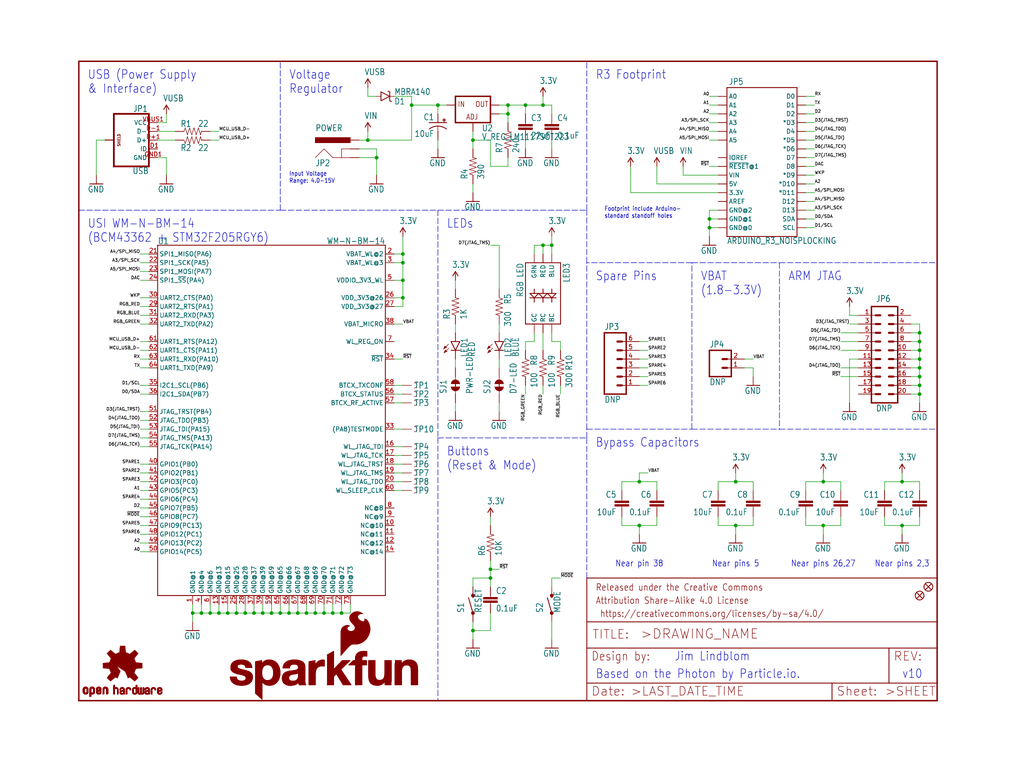
<source format=kicad_sch>
(kicad_sch (version 20211123) (generator eeschema)
  (paper "User" 297.002 223.926)
  (lib_symbols
    (symbol "eagleSchem-eagle-import:0.1UF-25V(+80{slash}-20%)(0603)"
      (property "Reference" "C" (at 1.524 2.921 0))
      (property "Value" "0.1UF-25V(+80{slash}-20%)(0603)" (at 1.524 -2.159 0))
      (symbol "0.1UF-25V(+80{slash}-20%)(0603)_1_0"
        (pin passive line (at 0 5.08 270) (length 2.54) (name "1") (number "1"))
        (pin passive line (at 0 -2.54 90) (length 2.54) (name "2") (number "2"))
      )
    )
    (symbol "eagleSchem-eagle-import:100OHM-1{slash}10W-1%(0603)"
      (property "Reference" "R" (at -3.81 1.4986 0))
      (property "Value" "100OHM-1{slash}10W-1%(0603)" (at -3.81 -3.302 0))
      (symbol "100OHM-1{slash}10W-1%(0603)_1_0"
        (pin passive line (at -5.08 0 0) (length 2.54) (name "1") (number "1"))
        (pin passive line (at 5.08 0 180) (length 2.54) (name "2") (number "2"))
      )
    )
    (symbol "eagleSchem-eagle-import:10KOHM-1{slash}10W-1%(0603)0603"
      (property "Reference" "R" (at -3.81 1.4986 0))
      (property "Value" "10KOHM-1{slash}10W-1%(0603)0603" (at -3.81 -3.302 0))
      (symbol "10KOHM-1{slash}10W-1%(0603)0603_1_0"
        (pin passive line (at -5.08 0 0) (length 2.54) (name "1") (number "1"))
        (pin passive line (at 5.08 0 180) (length 2.54) (name "2") (number "2"))
      )
    )
    (symbol "eagleSchem-eagle-import:10UF-16V-10%(TANT)"
      (property "Reference" "C" (at 1.016 0.635 0))
      (property "Value" "10UF-16V-10%(TANT)" (at 1.016 -4.191 0))
      (symbol "10UF-16V-10%(TANT)_1_0"
        (pin passive line (at 0 2.54 270) (length 2.54) (name "+") (number "A"))
        (pin passive line (at 0 -5.08 90) (length 2.54) (name "-") (number "C"))
      )
    )
    (symbol "eagleSchem-eagle-import:10UF-6.3V-20%(0603)"
      (property "Reference" "C" (at 1.524 2.921 0))
      (property "Value" "10UF-6.3V-20%(0603)" (at 1.524 -2.159 0))
      (symbol "10UF-6.3V-20%(0603)_1_0"
        (pin passive line (at 0 5.08 270) (length 2.54) (name "1") (number "1"))
        (pin passive line (at 0 -2.54 90) (length 2.54) (name "2") (number "2"))
      )
    )
    (symbol "eagleSchem-eagle-import:1KOHM-1{slash}10W-1%(0603)"
      (property "Reference" "R" (at -3.81 1.4986 0))
      (property "Value" "1KOHM-1{slash}10W-1%(0603)" (at -3.81 -3.302 0))
      (symbol "1KOHM-1{slash}10W-1%(0603)_1_0"
        (pin passive line (at -5.08 0 0) (length 2.54) (name "1") (number "1"))
        (pin passive line (at 5.08 0 180) (length 2.54) (name "2") (number "2"))
      )
    )
    (symbol "eagleSchem-eagle-import:22OHM1{slash}10W1%(0603)"
      (property "Reference" "R" (at -3.81 1.4986 0))
      (property "Value" "22OHM1{slash}10W1%(0603)" (at -3.81 -3.302 0))
      (symbol "22OHM1{slash}10W1%(0603)_1_0"
        (pin passive line (at -5.08 0 0) (length 2.54) (name "1") (number "1"))
        (pin passive line (at 5.08 0 180) (length 2.54) (name "2") (number "2"))
      )
    )
    (symbol "eagleSchem-eagle-import:22UF-6.3V-20%(0805)"
      (property "Reference" "C" (at 1.524 2.921 0))
      (property "Value" "22UF-6.3V-20%(0805)" (at 1.524 -2.159 0))
      (symbol "22UF-6.3V-20%(0805)_1_0"
        (pin passive line (at 0 5.08 270) (length 2.54) (name "1") (number "1"))
        (pin passive line (at 0 -2.54 90) (length 2.54) (name "2") (number "2"))
      )
    )
    (symbol "eagleSchem-eagle-import:240OHM1{slash}10W1%(0603)"
      (property "Reference" "R" (at -3.81 1.4986 0))
      (property "Value" "240OHM1{slash}10W1%(0603)" (at -3.81 -3.302 0))
      (symbol "240OHM1{slash}10W1%(0603)_1_0"
        (pin passive line (at -5.08 0 0) (length 2.54) (name "1") (number "1"))
        (pin passive line (at 5.08 0 180) (length 2.54) (name "2") (number "2"))
      )
    )
    (symbol "eagleSchem-eagle-import:3.3V" (power)
      (property "Value" "3.3V" (at -1.016 3.556 0))
      (symbol "3.3V_1_0"
        (pin power_in line (at 0 0 90) (length 2.54) (name "3.3V") (number "1"))
      )
    )
    (symbol "eagleSchem-eagle-import:300OHM-1{slash}10W-1%(0603)"
      (property "Reference" "R" (at -3.81 1.4986 0))
      (property "Value" "300OHM-1{slash}10W-1%(0603)" (at -3.81 -3.302 0))
      (symbol "300OHM-1{slash}10W-1%(0603)_1_0"
        (pin passive line (at -5.08 0 0) (length 2.54) (name "1") (number "1"))
        (pin passive line (at 5.08 0 180) (length 2.54) (name "2") (number "2"))
      )
    )
    (symbol "eagleSchem-eagle-import:390OHM1{slash}10W1%(0603)"
      (property "Reference" "R" (at -3.81 1.4986 0))
      (property "Value" "390OHM1{slash}10W1%(0603)" (at -3.81 -3.302 0))
      (symbol "390OHM1{slash}10W1%(0603)_1_0"
        (pin passive line (at -5.08 0 0) (length 2.54) (name "1") (number "1"))
        (pin passive line (at 5.08 0 180) (length 2.54) (name "2") (number "2"))
      )
    )
    (symbol "eagleSchem-eagle-import:ARDUINO_R3_NOISPLOCKING"
      (property "Reference" "JP" (at -9.652 21.082 0))
      (property "Value" "ARDUINO_R3_NOISPLOCKING" (at -10.16 -23.114 0))
      (symbol "ARDUINO_R3_NOISPLOCKING_1_0"
        (pin bidirectional line (at -12.7 -10.16 0) (length 2.54) (name "3.3V") (number "3.3V"))
        (pin bidirectional line (at -12.7 -7.62 0) (length 2.54) (name "5V") (number "5V"))
        (pin bidirectional line (at -12.7 17.78 0) (length 2.54) (name "A0") (number "A0"))
        (pin bidirectional line (at -12.7 15.24 0) (length 2.54) (name "A1") (number "A1"))
        (pin bidirectional line (at -12.7 12.7 0) (length 2.54) (name "A2") (number "A2"))
        (pin bidirectional line (at -12.7 10.16 0) (length 2.54) (name "A3") (number "A3"))
        (pin bidirectional line (at -12.7 7.62 0) (length 2.54) (name "A4") (number "A4"))
        (pin bidirectional line (at -12.7 5.08 0) (length 2.54) (name "A5") (number "A5"))
        (pin bidirectional line (at -12.7 -12.7 0) (length 2.54) (name "AREF") (number "AREF"))
        (pin bidirectional line (at 12.7 17.78 180) (length 2.54) (name "D0") (number "D0"))
        (pin bidirectional line (at 12.7 15.24 180) (length 2.54) (name "D1") (number "D1"))
        (pin bidirectional line (at 12.7 -7.62 180) (length 2.54) (name "*D10") (number "D10"))
        (pin bidirectional line (at 12.7 -10.16 180) (length 2.54) (name "*D11") (number "D11"))
        (pin bidirectional line (at 12.7 -12.7 180) (length 2.54) (name "D12") (number "D12"))
        (pin bidirectional line (at 12.7 -15.24 180) (length 2.54) (name "D13") (number "D13"))
        (pin bidirectional line (at 12.7 12.7 180) (length 2.54) (name "D2") (number "D2"))
        (pin bidirectional line (at 12.7 10.16 180) (length 2.54) (name "*D3") (number "D3"))
        (pin bidirectional line (at 12.7 7.62 180) (length 2.54) (name "D4") (number "D4"))
        (pin bidirectional line (at 12.7 5.08 180) (length 2.54) (name "*D5") (number "D5"))
        (pin bidirectional line (at 12.7 2.54 180) (length 2.54) (name "*D6") (number "D6"))
        (pin bidirectional line (at 12.7 0 180) (length 2.54) (name "D7") (number "D7"))
        (pin bidirectional line (at 12.7 -2.54 180) (length 2.54) (name "D8") (number "D8"))
        (pin bidirectional line (at 12.7 -5.08 180) (length 2.54) (name "*D9") (number "D9"))
        (pin bidirectional line (at -12.7 -20.32 0) (length 2.54) (name "GND@0") (number "GND@1"))
        (pin bidirectional line (at -12.7 -17.78 0) (length 2.54) (name "GND@1") (number "GND@2"))
        (pin bidirectional line (at -12.7 -15.24 0) (length 2.54) (name "GND@2") (number "GND@3"))
        (pin bidirectional line (at -12.7 0 0) (length 2.54) (name "IOREF") (number "IOREF"))
        (pin bidirectional line (at -12.7 -2.54 0) (length 2.54) (name "~{RESET}@1") (number "RESET@1"))
        (pin bidirectional line (at 12.7 -20.32 180) (length 2.54) (name "SCL") (number "SCL"))
        (pin bidirectional line (at 12.7 -17.78 180) (length 2.54) (name "SDA") (number "SDA"))
        (pin bidirectional line (at -12.7 -5.08 0) (length 2.54) (name "VIN") (number "VIN"))
      )
    )
    (symbol "eagleSchem-eagle-import:DIODE-SCHOTTKY-MBRA140"
      (property "Reference" "D" (at 2.54 0.4826 0))
      (property "Value" "DIODE-SCHOTTKY-MBRA140" (at 2.54 -2.3114 0))
      (symbol "DIODE-SCHOTTKY-MBRA140_1_0"
        (pin passive line (at -2.54 0 0) (length 0) (name "A") (number "A"))
        (pin passive line (at 2.54 0 180) (length 0) (name "C") (number "C"))
      )
    )
    (symbol "eagleSchem-eagle-import:FIDUCIAL1X2")
    (symbol "eagleSchem-eagle-import:FRAME-LETTER"
      (symbol "FRAME-LETTER_2_0"
        (text " https://creativecommons.org/licenses/by-sa/4.0/" (at 2.54 24.13 0) (effects (font (size 1.9304 1.6408)) (justify left bottom)))
        (text ">DRAWING_NAME" (at 15.494 17.78 0) (effects (font (size 2.7432 2.7432)) (justify left bottom)))
        (text ">LAST_DATE_TIME" (at 12.7 1.27 0) (effects (font (size 2.54 2.54)) (justify left bottom)))
        (text ">SHEET" (at 86.36 1.27 0) (effects (font (size 2.54 2.54)) (justify left bottom)))
        (text "Attribution Share-Alike 4.0 License" (at 2.54 27.94 0) (effects (font (size 1.9304 1.6408)) (justify left bottom)))
        (text "Date:" (at 1.27 1.27 0) (effects (font (size 2.54 2.54)) (justify left bottom)))
        (text "Design by:" (at 1.27 11.43 0) (effects (font (size 2.54 2.159)) (justify left bottom)))
        (text "Released under the Creative Commons" (at 2.54 31.75 0) (effects (font (size 1.9304 1.6408)) (justify left bottom)))
        (text "REV:" (at 88.9 11.43 0) (effects (font (size 2.54 2.54)) (justify left bottom)))
        (text "Sheet:" (at 72.39 1.27 0) (effects (font (size 2.54 2.54)) (justify left bottom)))
        (text "TITLE:" (at 1.524 17.78 0) (effects (font (size 2.54 2.54)) (justify left bottom)))
      )
    )
    (symbol "eagleSchem-eagle-import:GND" (power)
      (property "Value" "GND" (at -2.54 -2.54 0))
      (symbol "GND_1_0"
        (pin power_in line (at 0 2.54 270) (length 2.54) (name "GND") (number "1"))
      )
    )
    (symbol "eagleSchem-eagle-import:JUMPER-PAD-2-NC_BY_TRACE"
      (property "Reference" "SJ" (at -2.54 2.54 0))
      (property "Value" "JUMPER-PAD-2-NC_BY_TRACE" (at -2.54 -5.08 0))
      (symbol "JUMPER-PAD-2-NC_BY_TRACE_1_0"
        (pin passive line (at -5.08 0 0) (length 2.54) (name "1") (number "1"))
        (pin passive line (at 5.08 0 180) (length 2.54) (name "2") (number "2"))
      )
    )
    (symbol "eagleSchem-eagle-import:LED-BLUE1206"
      (property "Reference" "D" (at 3.556 -4.572 90))
      (property "Value" "LED-BLUE1206" (at 5.715 -4.572 90))
      (symbol "LED-BLUE1206_1_0"
        (pin passive line (at 0 2.54 270) (length 2.54) (name "A") (number "A"))
        (pin passive line (at 0 -5.08 90) (length 2.54) (name "C") (number "C"))
      )
    )
    (symbol "eagleSchem-eagle-import:LED-RED1206"
      (property "Reference" "D" (at 3.556 -4.572 90))
      (property "Value" "LED-RED1206" (at 5.715 -4.572 90))
      (symbol "LED-RED1206_1_0"
        (pin passive line (at 0 2.54 270) (length 2.54) (name "A") (number "A"))
        (pin passive line (at 0 -5.08 90) (length 2.54) (name "C") (number "C"))
      )
    )
    (symbol "eagleSchem-eagle-import:LED-TRICOLOR-NO-COMPLCC-6-SMD"
      (property "Reference" "LED" (at -10.16 5.842 0))
      (property "Value" "LED-TRICOLOR-NO-COMPLCC-6-SMD" (at -10.16 -7.62 0))
      (symbol "LED-TRICOLOR-NO-COMPLCC-6-SMD_1_0"
        (pin bidirectional line (at -12.7 2.54 0) (length 2.54) (name "BLU") (number "AB"))
        (pin bidirectional line (at -12.7 -2.54 0) (length 2.54) (name "GRN") (number "AG"))
        (pin bidirectional line (at -12.7 0 0) (length 2.54) (name "RED") (number "AR"))
        (pin bidirectional line (at 10.16 2.54 180) (length 2.54) (name "BC") (number "CB"))
        (pin bidirectional line (at 10.16 -2.54 180) (length 2.54) (name "GC") (number "CG"))
        (pin bidirectional line (at 10.16 0 180) (length 2.54) (name "RC") (number "CR"))
      )
    )
    (symbol "eagleSchem-eagle-import:M02PTH"
      (property "Reference" "JP" (at -2.54 5.842 0))
      (property "Value" "M02PTH" (at -2.54 -5.08 0))
      (symbol "M02PTH_1_0"
        (pin passive line (at 7.62 0 180) (length 5.08) (name "1") (number "1"))
        (pin passive line (at 7.62 2.54 180) (length 5.08) (name "2") (number "2"))
      )
    )
    (symbol "eagleSchem-eagle-import:M06SILK_FEMALE_PTH"
      (property "Reference" "JP" (at -5.08 10.922 0))
      (property "Value" "M06SILK_FEMALE_PTH" (at -5.08 -10.16 0))
      (symbol "M06SILK_FEMALE_PTH_1_0"
        (pin passive line (at 5.08 -5.08 180) (length 5.08) (name "1") (number "1"))
        (pin passive line (at 5.08 -2.54 180) (length 5.08) (name "2") (number "2"))
        (pin passive line (at 5.08 0 180) (length 5.08) (name "3") (number "3"))
        (pin passive line (at 5.08 2.54 180) (length 5.08) (name "4") (number "4"))
        (pin passive line (at 5.08 5.08 180) (length 5.08) (name "5") (number "5"))
        (pin passive line (at 5.08 7.62 180) (length 5.08) (name "6") (number "6"))
      )
    )
    (symbol "eagleSchem-eagle-import:M10X2"
      (property "Reference" "JP" (at -2.54 13.97 0))
      (property "Value" "M10X2" (at -2.54 -17.78 0))
      (symbol "M10X2_1_0"
        (pin passive line (at -7.62 10.16 0) (length 5.08) (name "1") (number "1"))
        (pin passive line (at 7.62 0 180) (length 5.08) (name "10") (number "10"))
        (pin passive line (at -7.62 -2.54 0) (length 5.08) (name "11") (number "11"))
        (pin passive line (at 7.62 -2.54 180) (length 5.08) (name "12") (number "12"))
        (pin passive line (at -7.62 -5.08 0) (length 5.08) (name "13") (number "13"))
        (pin passive line (at 7.62 -5.08 180) (length 5.08) (name "14") (number "14"))
        (pin passive line (at -7.62 -7.62 0) (length 5.08) (name "15") (number "15"))
        (pin passive line (at 7.62 -7.62 180) (length 5.08) (name "16") (number "16"))
        (pin passive line (at -7.62 -10.16 0) (length 5.08) (name "17") (number "17"))
        (pin passive line (at 7.62 -10.16 180) (length 5.08) (name "18") (number "18"))
        (pin passive line (at -7.62 -12.7 0) (length 5.08) (name "19") (number "19"))
        (pin passive line (at 7.62 10.16 180) (length 5.08) (name "2") (number "2"))
        (pin passive line (at 7.62 -12.7 180) (length 5.08) (name "20") (number "20"))
        (pin passive line (at -7.62 7.62 0) (length 5.08) (name "3") (number "3"))
        (pin passive line (at 7.62 7.62 180) (length 5.08) (name "4") (number "4"))
        (pin passive line (at -7.62 5.08 0) (length 5.08) (name "5") (number "5"))
        (pin passive line (at 7.62 5.08 180) (length 5.08) (name "6") (number "6"))
        (pin passive line (at -7.62 2.54 0) (length 5.08) (name "7") (number "7"))
        (pin passive line (at 7.62 2.54 180) (length 5.08) (name "8") (number "8"))
        (pin passive line (at -7.62 0 0) (length 5.08) (name "9") (number "9"))
      )
    )
    (symbol "eagleSchem-eagle-import:OSHW-LOGOM")
    (symbol "eagleSchem-eagle-import:POWER_JACKPTH_LOCK"
      (property "Reference" "JP" (at -10.16 0 0))
      (property "Value" "POWER_JACKPTH_LOCK" (at -10.16 10.16 0))
      (symbol "POWER_JACKPTH_LOCK_1_0"
        (pin bidirectional line (at 2.54 2.54 180) (length 2.54) (name "GND") (number "GND"))
        (pin bidirectional line (at 2.54 5.08 180) (length 2.54) (name "GNDBREAK") (number "GNDBREAK"))
        (pin bidirectional line (at 2.54 7.62 180) (length 2.54) (name "PWR") (number "PWR"))
      )
    )
    (symbol "eagleSchem-eagle-import:SFE_LOGO_NAME_FLAME.2_INCH")
    (symbol "eagleSchem-eagle-import:SFE_LOGO_NAME_FLAME.4_INCH")
    (symbol "eagleSchem-eagle-import:SWITCH-MOMENTARY-2PTH"
      (property "Reference" "S" (at -2.54 2.54 0))
      (property "Value" "SWITCH-MOMENTARY-2PTH" (at -2.54 -2.54 0))
      (symbol "SWITCH-MOMENTARY-2PTH_1_0"
        (pin passive line (at -5.08 0 0) (length 2.54) (name "1") (number "1"))
        (pin passive line (at 5.08 0 180) (length 2.54) (name "2") (number "3"))
      )
    )
    (symbol "eagleSchem-eagle-import:TEST-POINTTP_15TH_THRU"
      (property "Reference" "TP" (at -2.54 2.54 0))
      (property "Value" "TEST-POINTTP_15TH_THRU" (at -2.54 -2.54 0))
      (symbol "TEST-POINTTP_15TH_THRU_1_0"
        (pin bidirectional line (at 0 0 180) (length 0) (name "1") (number "P$1"))
      )
    )
    (symbol "eagleSchem-eagle-import:USB_MICROB_PLUGCONN-11752"
      (property "Reference" "JP" (at -4.826 8.128 0))
      (property "Value" "USB_MICROB_PLUGCONN-11752" (at -5.08 -9.906 0))
      (symbol "USB_MICROB_PLUGCONN-11752_1_0"
        (text "SHIELD" (at 4.064 0 900) (effects (font (size 0.8128 0.6908)) (justify bottom)))
        (pin bidirectional line (at -7.62 0 0) (length 2.54) (name "D+") (number "D+1"))
        (pin bidirectional line (at -7.62 2.54 0) (length 2.54) (name "D-") (number "D-1"))
        (pin bidirectional line (at -7.62 -5.08 0) (length 2.54) (name "GND") (number "GND1"))
        (pin bidirectional line (at -7.62 -2.54 0) (length 2.54) (name "ID") (number "ID1"))
        (pin bidirectional line (at 7.62 0 180) (length 2.54) (name "SHIELD") (number "SHIELD1"))
        (pin bidirectional line (at 7.62 0 180) (length 2.54) (name "SHIELD") (number "SHIELD2"))
        (pin bidirectional line (at 7.62 0 180) (length 2.54) (name "SHIELD") (number "SHIELD3"))
        (pin bidirectional line (at -7.62 5.08 0) (length 2.54) (name "VCC") (number "VBUS1"))
      )
    )
    (symbol "eagleSchem-eagle-import:VIN" (power)
      (property "Value" "VIN" (at -1.016 3.556 0))
      (symbol "VIN_1_0"
        (pin power_in line (at 0 0 90) (length 2.54) (name "VIN") (number "1"))
      )
    )
    (symbol "eagleSchem-eagle-import:VUSB" (power)
      (property "Value" "VUSB" (at -1.016 3.556 0))
      (symbol "VUSB_1_0"
        (pin power_in line (at 0 0 90) (length 2.54) (name "VUSB") (number "1"))
      )
    )
    (symbol "eagleSchem-eagle-import:V_REG_LM1117SOT223"
      (property "Reference" "IC" (at 2.54 -7.62 0))
      (property "Value" "V_REG_LM1117SOT223" (at 2.54 -10.16 0))
      (symbol "V_REG_LM1117SOT223_1_0"
        (text "ADJ" (at -2.032 -4.318 0) (effects (font (size 1.524 1.2954)) (justify left bottom)))
        (text "IN" (at -4.445 -0.635 0) (effects (font (size 1.524 1.2954)) (justify left bottom)))
        (text "OUT" (at 0.635 -0.635 0) (effects (font (size 1.524 1.2954)) (justify left bottom)))
        (pin input line (at 0 -7.62 90) (length 2.54) (name "ADJ") (number "1"))
        (pin output line (at 7.62 0 180) (length 2.54) (name "OUT") (number "2"))
        (pin input line (at -7.62 0 0) (length 2.54) (name "IN") (number "3"))
        (pin output line (at 7.62 -2.54 180) (length 2.54) (name "OUT@1") (number "4"))
      )
    )
    (symbol "eagleSchem-eagle-import:WM-N-BM-14"
      (property "Reference" "U" (at -33.02 51.054 0))
      (property "Value" "WM-N-BM-14" (at 33.02 51.054 0))
      (symbol "WM-N-BM-14_1_0"
        (pin bidirectional line (at -22.86 -53.34 90) (length 2.54) (name "GND@1") (number "1"))
        (pin bidirectional line (at 35.56 -30.48 180) (length 2.54) (name "NC@10") (number "10"))
        (pin bidirectional line (at 35.56 -33.02 180) (length 2.54) (name "NC@11") (number "11"))
        (pin bidirectional line (at 35.56 -35.56 180) (length 2.54) (name "NC@12") (number "12"))
        (pin bidirectional line (at -15.24 -53.34 90) (length 2.54) (name "GND@13") (number "13"))
        (pin bidirectional line (at 35.56 -38.1 180) (length 2.54) (name "NC@14") (number "14"))
        (pin bidirectional line (at -12.7 -53.34 90) (length 2.54) (name "GND@15") (number "15"))
        (pin bidirectional line (at 35.56 -7.62 180) (length 2.54) (name "WL_JTAG_TDI") (number "16"))
        (pin bidirectional line (at 35.56 -10.16 180) (length 2.54) (name "WL_JTAG_TCK") (number "17"))
        (pin bidirectional line (at 35.56 -12.7 180) (length 2.54) (name "WL_JTAG_TRST") (number "18"))
        (pin bidirectional line (at 35.56 -15.24 180) (length 2.54) (name "WL_JTAG_TMS") (number "19"))
        (pin bidirectional line (at 35.56 48.26 180) (length 2.54) (name "VBAT_WL@2") (number "2"))
        (pin bidirectional line (at 35.56 -17.78 180) (length 2.54) (name "WL_JTAG_TDO") (number "20"))
        (pin bidirectional line (at -35.56 48.26 0) (length 2.54) (name "SPI1_MISO(PA6)") (number "21"))
        (pin bidirectional line (at -35.56 45.72 0) (length 2.54) (name "SPI1_SCK(PA5)") (number "22"))
        (pin bidirectional line (at -35.56 43.18 0) (length 2.54) (name "SPI1_MOSI(PA7)") (number "23"))
        (pin bidirectional line (at -35.56 40.64 0) (length 2.54) (name "SPI1_~{SS}(PA4)") (number "24"))
        (pin bidirectional line (at -10.16 -53.34 90) (length 2.54) (name "GND@25") (number "25"))
        (pin bidirectional line (at 35.56 35.56 180) (length 2.54) (name "VDD_3V3@26") (number "26"))
        (pin bidirectional line (at 35.56 33.02 180) (length 2.54) (name "VDD_3V3@27") (number "27"))
        (pin bidirectional line (at -7.62 -53.34 90) (length 2.54) (name "GND@28") (number "28"))
        (pin bidirectional line (at -35.56 33.02 0) (length 2.54) (name "UART2_RTS(PA1)") (number "29"))
        (pin bidirectional line (at 35.56 45.72 180) (length 2.54) (name "VBAT_WL@3") (number "3"))
        (pin bidirectional line (at -35.56 35.56 0) (length 2.54) (name "UART2_CTS(PA0)") (number "30"))
        (pin bidirectional line (at -35.56 30.48 0) (length 2.54) (name "UART2_RXD(PA3)") (number "31"))
        (pin bidirectional line (at -35.56 27.94 0) (length 2.54) (name "UART2_TXD(PA2)") (number "32"))
        (pin bidirectional line (at 35.56 -2.54 180) (length 2.54) (name "(PA8)TESTMODE") (number "33"))
        (pin bidirectional line (at 35.56 17.78 180) (length 2.54) (name "~{RST}") (number "34"))
        (pin bidirectional line (at -35.56 10.16 0) (length 2.54) (name "I2C1_SCL(PB6)") (number "35"))
        (pin bidirectional line (at -35.56 7.62 0) (length 2.54) (name "I2C1_SDA(PB7)") (number "36"))
        (pin bidirectional line (at -5.08 -53.34 90) (length 2.54) (name "GND@37") (number "37"))
        (pin bidirectional line (at 35.56 27.94 180) (length 2.54) (name "VBAT_MICRO") (number "38"))
        (pin bidirectional line (at -2.54 -53.34 90) (length 2.54) (name "GND@39") (number "39"))
        (pin bidirectional line (at -20.32 -53.34 90) (length 2.54) (name "GND@4") (number "4"))
        (pin bidirectional line (at -35.56 -12.7 0) (length 2.54) (name "GPIO1(PB0)") (number "40"))
        (pin bidirectional line (at -35.56 -15.24 0) (length 2.54) (name "GPIO2(PB1)") (number "41"))
        (pin bidirectional line (at -35.56 -17.78 0) (length 2.54) (name "GPIO3(PC0)") (number "42"))
        (pin bidirectional line (at -35.56 -20.32 0) (length 2.54) (name "GPIO5(PC3)") (number "43"))
        (pin bidirectional line (at -35.56 -22.86 0) (length 2.54) (name "GPIO6(PC4)") (number "44"))
        (pin bidirectional line (at -35.56 -25.4 0) (length 2.54) (name "GPIO7(PB5)") (number "45"))
        (pin bidirectional line (at -35.56 -27.94 0) (length 2.54) (name "GPIO8(PC7)") (number "46"))
        (pin bidirectional line (at -35.56 -30.48 0) (length 2.54) (name "GPIO9(PC13)") (number "47"))
        (pin bidirectional line (at -35.56 -33.02 0) (length 2.54) (name "GPIO12(PC1)") (number "48"))
        (pin bidirectional line (at -35.56 -35.56 0) (length 2.54) (name "GPIO13(PC2)") (number "49"))
        (pin bidirectional line (at 35.56 40.64 180) (length 2.54) (name "VDDIO_3V3_WL") (number "5"))
        (pin bidirectional line (at -35.56 -38.1 0) (length 2.54) (name "GPIO14(PC5)") (number "50"))
        (pin bidirectional line (at -35.56 2.54 0) (length 2.54) (name "JTAG_TRST(PB4)") (number "51"))
        (pin bidirectional line (at -35.56 0 0) (length 2.54) (name "JTAG_TDO(PB3)") (number "52"))
        (pin bidirectional line (at -35.56 -2.54 0) (length 2.54) (name "JTAG_TDI(PA15)") (number "53"))
        (pin bidirectional line (at -35.56 -5.08 0) (length 2.54) (name "JTAG_TMS(PA13)") (number "54"))
        (pin bidirectional line (at -35.56 -7.62 0) (length 2.54) (name "JTAG_TCK(PA14)") (number "55"))
        (pin bidirectional line (at 35.56 7.62 180) (length 2.54) (name "BTCX_STATUS") (number "56"))
        (pin bidirectional line (at 35.56 5.08 180) (length 2.54) (name "BTCX_RF_ACTIVE") (number "57"))
        (pin bidirectional line (at 35.56 10.16 180) (length 2.54) (name "BTCX_TXCONF") (number "58"))
        (pin bidirectional line (at 0 -53.34 90) (length 2.54) (name "GND@59") (number "59"))
        (pin bidirectional line (at -17.78 -53.34 90) (length 2.54) (name "GND@6") (number "6"))
        (pin bidirectional line (at 35.56 -20.32 180) (length 2.54) (name "WL_SLEEP_CLK") (number "60"))
        (pin bidirectional line (at -35.56 22.86 0) (length 2.54) (name "UART1_RTS(PA12)") (number "61"))
        (pin bidirectional line (at -35.56 20.32 0) (length 2.54) (name "UART1_CTS(PA11)") (number "62"))
        (pin bidirectional line (at -35.56 17.78 0) (length 2.54) (name "UART1_RXD(PA10)") (number "63"))
        (pin bidirectional line (at -35.56 15.24 0) (length 2.54) (name "UART1_TXD(PA9)") (number "64"))
        (pin bidirectional line (at 2.54 -53.34 90) (length 2.54) (name "GND@65") (number "65"))
        (pin bidirectional line (at 5.08 -53.34 90) (length 2.54) (name "GND@66") (number "66"))
        (pin bidirectional line (at 7.62 -53.34 90) (length 2.54) (name "GND@67") (number "67"))
        (pin bidirectional line (at 10.16 -53.34 90) (length 2.54) (name "GND@68") (number "68"))
        (pin bidirectional line (at 12.7 -53.34 90) (length 2.54) (name "GND@69") (number "69"))
        (pin bidirectional line (at 35.56 22.86 180) (length 2.54) (name "WL_REG_ON") (number "7"))
        (pin bidirectional line (at 15.24 -53.34 90) (length 2.54) (name "GND@70") (number "70"))
        (pin bidirectional line (at 17.78 -53.34 90) (length 2.54) (name "GND@71") (number "71"))
        (pin bidirectional line (at 20.32 -53.34 90) (length 2.54) (name "GND@72") (number "72"))
        (pin bidirectional line (at 22.86 -53.34 90) (length 2.54) (name "GND@73") (number "73"))
        (pin bidirectional line (at 35.56 -25.4 180) (length 2.54) (name "NC@8") (number "8"))
        (pin bidirectional line (at 35.56 -27.94 180) (length 2.54) (name "NC@9") (number "9"))
      )
    )
  )
  (junction (at 266.7 109.22))
  (junction (at 99.06 177.8))
  (junction (at 266.7 114.3))
  (junction (at 160.02 71.12))
  (junction (at 238.76 139.7))
  (junction (at 185.42 152.4))
  (junction (at 109.22 45.72))
  (junction (at 266.7 99.06))
  (junction (at 127 30.48))
  (junction (at 261.62 152.4))
  (junction (at 213.36 152.4))
  (junction (at 213.36 139.7))
  (junction (at 205.74 66.04))
  (junction (at 96.52 177.8))
  (junction (at 58.42 177.8))
  (junction (at 116.84 86.36))
  (junction (at 73.66 177.8))
  (junction (at 55.88 177.8))
  (junction (at 157.48 30.48))
  (junction (at 91.44 177.8))
  (junction (at 60.96 177.8))
  (junction (at 63.5 177.8))
  (junction (at 147.32 33.02))
  (junction (at 137.16 182.88))
  (junction (at 142.24 165.1))
  (junction (at 142.24 167.64))
  (junction (at 76.2 177.8))
  (junction (at 152.4 30.48))
  (junction (at 116.84 73.66))
  (junction (at 88.9 177.8))
  (junction (at 147.32 30.48))
  (junction (at 238.76 152.4))
  (junction (at 78.74 177.8))
  (junction (at 66.04 177.8))
  (junction (at 205.74 63.5))
  (junction (at 71.12 177.8))
  (junction (at 106.68 40.64))
  (junction (at 119.38 30.48))
  (junction (at 157.48 71.12))
  (junction (at 93.98 177.8))
  (junction (at 185.42 139.7))
  (junction (at 266.7 111.76))
  (junction (at 266.7 101.6))
  (junction (at 261.62 139.7))
  (junction (at 266.7 104.14))
  (junction (at 137.16 40.64))
  (junction (at 266.7 96.52))
  (junction (at 266.7 106.68))
  (junction (at 81.28 177.8))
  (junction (at 116.84 76.2))
  (junction (at 116.84 81.28))
  (junction (at 83.82 177.8))
  (junction (at 86.36 177.8))
  (junction (at 68.58 177.8))
  (wire (pts (xy 157.48 111.76) (xy 157.48 114.3)))
  (wire (pts (xy 233.68 33.02) (xy 236.22 33.02)))
  (wire (pts (xy 43.18 106.68) (xy 40.64 106.68)))
  (wire (pts (xy 68.58 175.26) (xy 68.58 177.8)))
  (wire (pts (xy 43.18 114.3) (xy 40.64 114.3)))
  (wire (pts (xy 208.28 50.8) (xy 198.12 50.8)))
  (wire (pts (xy 104.14 40.64) (xy 106.68 40.64)))
  (wire (pts (xy 76.2 175.26) (xy 76.2 177.8)))
  (wire (pts (xy 114.3 137.16) (xy 116.84 137.16)))
  (wire (pts (xy 208.28 30.48) (xy 205.74 30.48)))
  (wire (pts (xy 256.54 139.7) (xy 261.62 139.7)))
  (wire (pts (xy 152.4 111.76) (xy 152.4 114.3)))
  (wire (pts (xy 154.94 73.66) (xy 154.94 71.12)))
  (wire (pts (xy 99.06 175.26) (xy 99.06 177.8)))
  (wire (pts (xy 142.24 165.1) (xy 142.24 162.56)))
  (wire (pts (xy 157.48 30.48) (xy 160.02 30.48)))
  (wire (pts (xy 154.94 96.52) (xy 154.94 99.06)))
  (wire (pts (xy 205.74 66.04) (xy 205.74 68.58)))
  (wire (pts (xy 261.62 139.7) (xy 261.62 137.16)))
  (wire (pts (xy 248.92 101.6) (xy 243.84 101.6)))
  (wire (pts (xy 185.42 106.68) (xy 187.96 106.68)))
  (wire (pts (xy 218.44 152.4) (xy 218.44 149.86)))
  (wire (pts (xy 127 43.18) (xy 127 40.64)))
  (wire (pts (xy 208.28 33.02) (xy 205.74 33.02)))
  (wire (pts (xy 152.4 99.06) (xy 152.4 101.6)))
  (wire (pts (xy 43.18 124.46) (xy 40.64 124.46)))
  (wire (pts (xy 104.14 43.18) (xy 109.22 43.18)))
  (wire (pts (xy 43.18 73.66) (xy 40.64 73.66)))
  (polyline (pts (xy 22.86 60.96) (xy 81.28 60.96)))
  (wire (pts (xy 264.16 111.76) (xy 266.7 111.76)))
  (polyline (pts (xy 170.18 60.96) (xy 170.18 17.78)))
  (wire (pts (xy 73.66 175.26) (xy 73.66 177.8)))
  (wire (pts (xy 208.28 48.26) (xy 205.74 48.26)))
  (wire (pts (xy 132.08 116.84) (xy 132.08 119.38)))
  (wire (pts (xy 208.28 53.34) (xy 190.5 53.34)))
  (wire (pts (xy 40.64 157.48) (xy 43.18 157.48)))
  (wire (pts (xy 261.62 139.7) (xy 266.7 139.7)))
  (wire (pts (xy 256.54 142.24) (xy 256.54 139.7)))
  (wire (pts (xy 233.68 149.86) (xy 233.68 152.4)))
  (wire (pts (xy 243.84 152.4) (xy 243.84 149.86)))
  (wire (pts (xy 43.18 76.2) (xy 40.64 76.2)))
  (wire (pts (xy 96.52 177.8) (xy 99.06 177.8)))
  (wire (pts (xy 160.02 73.66) (xy 160.02 71.12)))
  (wire (pts (xy 43.18 149.86) (xy 40.64 149.86)))
  (wire (pts (xy 106.68 27.94) (xy 109.22 27.94)))
  (wire (pts (xy 45.72 40.64) (xy 50.8 40.64)))
  (wire (pts (xy 152.4 30.48) (xy 157.48 30.48)))
  (wire (pts (xy 45.72 45.72) (xy 48.26 45.72)))
  (wire (pts (xy 45.72 38.1) (xy 50.8 38.1)))
  (wire (pts (xy 215.9 104.14) (xy 218.44 104.14)))
  (polyline (pts (xy 81.28 60.96) (xy 81.28 17.78)))
  (wire (pts (xy 78.74 175.26) (xy 78.74 177.8)))
  (wire (pts (xy 27.94 40.64) (xy 27.94 50.8)))
  (wire (pts (xy 233.68 63.5) (xy 236.22 63.5)))
  (wire (pts (xy 114.3 134.62) (xy 116.84 134.62)))
  (wire (pts (xy 71.12 175.26) (xy 71.12 177.8)))
  (wire (pts (xy 248.92 106.68) (xy 243.84 106.68)))
  (wire (pts (xy 68.58 177.8) (xy 71.12 177.8)))
  (wire (pts (xy 142.24 149.86) (xy 142.24 152.4)))
  (wire (pts (xy 205.74 63.5) (xy 205.74 66.04)))
  (wire (pts (xy 144.78 30.48) (xy 147.32 30.48)))
  (wire (pts (xy 185.42 104.14) (xy 187.96 104.14)))
  (wire (pts (xy 83.82 175.26) (xy 83.82 177.8)))
  (wire (pts (xy 198.12 50.8) (xy 198.12 48.26)))
  (wire (pts (xy 132.08 81.28) (xy 132.08 83.82)))
  (wire (pts (xy 233.68 53.34) (xy 236.22 53.34)))
  (wire (pts (xy 185.42 99.06) (xy 187.96 99.06)))
  (wire (pts (xy 213.36 152.4) (xy 218.44 152.4)))
  (wire (pts (xy 233.68 40.64) (xy 236.22 40.64)))
  (wire (pts (xy 233.68 66.04) (xy 236.22 66.04)))
  (wire (pts (xy 261.62 152.4) (xy 266.7 152.4)))
  (polyline (pts (xy 127 60.96) (xy 127 127)))
  (wire (pts (xy 233.68 60.96) (xy 236.22 60.96)))
  (wire (pts (xy 114.3 93.98) (xy 116.84 93.98)))
  (wire (pts (xy 208.28 38.1) (xy 205.74 38.1)))
  (wire (pts (xy 248.92 104.14) (xy 246.38 104.14)))
  (wire (pts (xy 137.16 180.34) (xy 137.16 182.88)))
  (wire (pts (xy 261.62 152.4) (xy 261.62 154.94)))
  (wire (pts (xy 266.7 109.22) (xy 266.7 111.76)))
  (polyline (pts (xy 170.18 127) (xy 170.18 124.46)))
  (wire (pts (xy 213.36 152.4) (xy 213.36 154.94)))
  (wire (pts (xy 43.18 134.62) (xy 40.64 134.62)))
  (wire (pts (xy 233.68 152.4) (xy 238.76 152.4)))
  (wire (pts (xy 264.16 114.3) (xy 266.7 114.3)))
  (wire (pts (xy 152.4 43.18) (xy 152.4 40.64)))
  (wire (pts (xy 264.16 109.22) (xy 266.7 109.22)))
  (wire (pts (xy 208.28 66.04) (xy 205.74 66.04)))
  (wire (pts (xy 114.3 124.46) (xy 116.84 124.46)))
  (wire (pts (xy 233.68 27.94) (xy 236.22 27.94)))
  (wire (pts (xy 116.84 76.2) (xy 116.84 73.66)))
  (polyline (pts (xy 200.66 124.46) (xy 200.66 76.2)))
  (wire (pts (xy 43.18 147.32) (xy 40.64 147.32)))
  (wire (pts (xy 58.42 177.8) (xy 60.96 177.8)))
  (wire (pts (xy 266.7 111.76) (xy 266.7 114.3)))
  (wire (pts (xy 81.28 177.8) (xy 83.82 177.8)))
  (polyline (pts (xy 200.66 76.2) (xy 226.06 76.2)))
  (wire (pts (xy 233.68 139.7) (xy 238.76 139.7)))
  (wire (pts (xy 114.3 73.66) (xy 116.84 73.66)))
  (wire (pts (xy 55.88 177.8) (xy 58.42 177.8)))
  (wire (pts (xy 144.78 33.02) (xy 147.32 33.02)))
  (wire (pts (xy 208.28 63.5) (xy 205.74 63.5)))
  (wire (pts (xy 185.42 137.16) (xy 187.96 137.16)))
  (wire (pts (xy 114.3 116.84) (xy 116.84 116.84)))
  (wire (pts (xy 185.42 109.22) (xy 187.96 109.22)))
  (wire (pts (xy 114.3 139.7) (xy 116.84 139.7)))
  (wire (pts (xy 43.18 154.94) (xy 40.64 154.94)))
  (wire (pts (xy 127 30.48) (xy 119.38 30.48)))
  (wire (pts (xy 233.68 48.26) (xy 236.22 48.26)))
  (wire (pts (xy 246.38 91.44) (xy 246.38 88.9)))
  (wire (pts (xy 264.16 96.52) (xy 266.7 96.52)))
  (wire (pts (xy 55.88 177.8) (xy 55.88 180.34)))
  (wire (pts (xy 43.18 144.78) (xy 40.64 144.78)))
  (wire (pts (xy 152.4 30.48) (xy 152.4 33.02)))
  (wire (pts (xy 114.3 81.28) (xy 116.84 81.28)))
  (wire (pts (xy 157.48 96.52) (xy 157.48 101.6)))
  (wire (pts (xy 43.18 127) (xy 40.64 127)))
  (wire (pts (xy 43.18 152.4) (xy 40.64 152.4)))
  (wire (pts (xy 55.88 175.26) (xy 55.88 177.8)))
  (wire (pts (xy 147.32 48.26) (xy 142.24 48.26)))
  (wire (pts (xy 45.72 35.56) (xy 48.26 35.56)))
  (wire (pts (xy 142.24 182.88) (xy 142.24 177.8)))
  (wire (pts (xy 43.18 119.38) (xy 40.64 119.38)))
  (wire (pts (xy 127 33.02) (xy 127 30.48)))
  (wire (pts (xy 91.44 175.26) (xy 91.44 177.8)))
  (wire (pts (xy 43.18 86.36) (xy 40.64 86.36)))
  (wire (pts (xy 63.5 177.8) (xy 66.04 177.8)))
  (wire (pts (xy 248.92 109.22) (xy 243.84 109.22)))
  (wire (pts (xy 248.92 99.06) (xy 243.84 99.06)))
  (polyline (pts (xy 200.66 124.46) (xy 226.06 124.46)))
  (wire (pts (xy 142.24 40.64) (xy 137.16 40.64)))
  (wire (pts (xy 185.42 152.4) (xy 190.5 152.4)))
  (polyline (pts (xy 81.28 60.96) (xy 127 60.96)))
  (wire (pts (xy 248.92 93.98) (xy 246.38 93.98)))
  (wire (pts (xy 43.18 101.6) (xy 40.64 101.6)))
  (wire (pts (xy 160.02 167.64) (xy 162.56 167.64)))
  (wire (pts (xy 30.48 40.64) (xy 27.94 40.64)))
  (wire (pts (xy 137.16 167.64) (xy 142.24 167.64)))
  (wire (pts (xy 208.28 35.56) (xy 205.74 35.56)))
  (wire (pts (xy 119.38 27.94) (xy 119.38 30.48)))
  (wire (pts (xy 137.16 55.88) (xy 137.16 53.34)))
  (wire (pts (xy 144.78 83.82) (xy 144.78 71.12)))
  (wire (pts (xy 114.3 104.14) (xy 116.84 104.14)))
  (wire (pts (xy 205.74 60.96) (xy 205.74 63.5)))
  (wire (pts (xy 266.7 96.52) (xy 266.7 99.06)))
  (polyline (pts (xy 127 127) (xy 170.18 127)))
  (wire (pts (xy 208.28 149.86) (xy 208.28 152.4)))
  (wire (pts (xy 114.3 114.3) (xy 116.84 114.3)))
  (wire (pts (xy 233.68 35.56) (xy 236.22 35.56)))
  (wire (pts (xy 266.7 93.98) (xy 266.7 96.52)))
  (wire (pts (xy 266.7 104.14) (xy 266.7 106.68)))
  (wire (pts (xy 66.04 175.26) (xy 66.04 177.8)))
  (wire (pts (xy 213.36 139.7) (xy 213.36 137.16)))
  (polyline (pts (xy 226.06 124.46) (xy 271.78 124.46)))
  (wire (pts (xy 144.78 71.12) (xy 142.24 71.12)))
  (wire (pts (xy 137.16 40.64) (xy 137.16 43.18)))
  (polyline (pts (xy 170.18 124.46) (xy 170.18 76.2)))
  (wire (pts (xy 142.24 165.1) (xy 144.78 165.1)))
  (wire (pts (xy 160.02 30.48) (xy 160.02 33.02)))
  (wire (pts (xy 157.48 30.48) (xy 157.48 27.94)))
  (wire (pts (xy 266.7 152.4) (xy 266.7 149.86)))
  (wire (pts (xy 91.44 177.8) (xy 93.98 177.8)))
  (wire (pts (xy 160.02 71.12) (xy 160.02 68.58)))
  (wire (pts (xy 233.68 55.88) (xy 236.22 55.88)))
  (wire (pts (xy 43.18 139.7) (xy 40.64 139.7)))
  (wire (pts (xy 119.38 40.64) (xy 106.68 40.64)))
  (wire (pts (xy 215.9 106.68) (xy 218.44 106.68)))
  (wire (pts (xy 264.16 106.68) (xy 266.7 106.68)))
  (wire (pts (xy 208.28 139.7) (xy 213.36 139.7)))
  (wire (pts (xy 144.78 93.98) (xy 144.78 96.52)))
  (wire (pts (xy 137.16 182.88) (xy 142.24 182.88)))
  (wire (pts (xy 43.18 78.74) (xy 40.64 78.74)))
  (wire (pts (xy 266.7 114.3) (xy 266.7 116.84)))
  (wire (pts (xy 88.9 177.8) (xy 91.44 177.8)))
  (wire (pts (xy 137.16 40.64) (xy 137.16 38.1)))
  (wire (pts (xy 43.18 99.06) (xy 40.64 99.06)))
  (wire (pts (xy 116.84 88.9) (xy 116.84 86.36)))
  (wire (pts (xy 160.02 170.18) (xy 160.02 167.64)))
  (wire (pts (xy 116.84 86.36) (xy 116.84 81.28)))
  (wire (pts (xy 157.48 71.12) (xy 160.02 71.12)))
  (wire (pts (xy 60.96 38.1) (xy 63.5 38.1)))
  (wire (pts (xy 154.94 99.06) (xy 152.4 99.06)))
  (wire (pts (xy 93.98 177.8) (xy 96.52 177.8)))
  (wire (pts (xy 147.32 45.72) (xy 147.32 48.26)))
  (wire (pts (xy 264.16 99.06) (xy 266.7 99.06)))
  (wire (pts (xy 119.38 30.48) (xy 119.38 40.64)))
  (wire (pts (xy 233.68 38.1) (xy 236.22 38.1)))
  (wire (pts (xy 180.34 149.86) (xy 180.34 152.4)))
  (wire (pts (xy 160.02 99.06) (xy 162.56 99.06)))
  (wire (pts (xy 185.42 139.7) (xy 185.42 137.16)))
  (wire (pts (xy 233.68 45.72) (xy 236.22 45.72)))
  (wire (pts (xy 142.24 48.26) (xy 142.24 40.64)))
  (wire (pts (xy 137.16 185.42) (xy 137.16 182.88)))
  (wire (pts (xy 114.3 142.24) (xy 116.84 142.24)))
  (wire (pts (xy 40.64 160.02) (xy 43.18 160.02)))
  (wire (pts (xy 106.68 25.4) (xy 106.68 27.94)))
  (wire (pts (xy 71.12 177.8) (xy 73.66 177.8)))
  (wire (pts (xy 48.26 45.72) (xy 48.26 50.8)))
  (wire (pts (xy 104.14 45.72) (xy 109.22 45.72)))
  (wire (pts (xy 43.18 111.76) (xy 40.64 111.76)))
  (wire (pts (xy 129.54 30.48) (xy 127 30.48)))
  (wire (pts (xy 78.74 177.8) (xy 81.28 177.8)))
  (wire (pts (xy 144.78 106.68) (xy 144.78 104.14)))
  (wire (pts (xy 43.18 142.24) (xy 40.64 142.24)))
  (wire (pts (xy 43.18 91.44) (xy 40.64 91.44)))
  (wire (pts (xy 238.76 152.4) (xy 243.84 152.4)))
  (wire (pts (xy 218.44 106.68) (xy 218.44 109.22)))
  (wire (pts (xy 109.22 43.18) (xy 109.22 45.72)))
  (wire (pts (xy 83.82 177.8) (xy 86.36 177.8)))
  (wire (pts (xy 264.16 104.14) (xy 266.7 104.14)))
  (wire (pts (xy 86.36 175.26) (xy 86.36 177.8)))
  (wire (pts (xy 116.84 73.66) (xy 116.84 68.58)))
  (wire (pts (xy 147.32 35.56) (xy 147.32 33.02)))
  (wire (pts (xy 114.3 76.2) (xy 116.84 76.2)))
  (wire (pts (xy 185.42 152.4) (xy 185.42 154.94)))
  (wire (pts (xy 58.42 175.26) (xy 58.42 177.8)))
  (wire (pts (xy 48.26 35.56) (xy 48.26 33.02)))
  (wire (pts (xy 157.48 73.66) (xy 157.48 71.12)))
  (polyline (pts (xy 170.18 124.46) (xy 200.66 124.46)))
  (wire (pts (xy 96.52 175.26) (xy 96.52 177.8)))
  (wire (pts (xy 60.96 40.64) (xy 63.5 40.64)))
  (wire (pts (xy 114.3 27.94) (xy 119.38 27.94)))
  (polyline (pts (xy 170.18 76.2) (xy 170.18 60.96)))
  (wire (pts (xy 233.68 58.42) (xy 236.22 58.42)))
  (wire (pts (xy 63.5 175.26) (xy 63.5 177.8)))
  (wire (pts (xy 43.18 93.98) (xy 40.64 93.98)))
  (wire (pts (xy 182.88 55.88) (xy 182.88 48.26)))
  (wire (pts (xy 238.76 139.7) (xy 243.84 139.7)))
  (wire (pts (xy 266.7 101.6) (xy 266.7 104.14)))
  (wire (pts (xy 160.02 96.52) (xy 160.02 99.06)))
  (wire (pts (xy 93.98 175.26) (xy 93.98 177.8)))
  (wire (pts (xy 213.36 139.7) (xy 218.44 139.7)))
  (wire (pts (xy 264.16 93.98) (xy 266.7 93.98)))
  (wire (pts (xy 147.32 33.02) (xy 147.32 30.48)))
  (wire (pts (xy 144.78 119.38) (xy 144.78 116.84)))
  (wire (pts (xy 238.76 139.7) (xy 238.76 137.16)))
  (wire (pts (xy 266.7 106.68) (xy 266.7 109.22)))
  (wire (pts (xy 208.28 152.4) (xy 213.36 152.4)))
  (wire (pts (xy 99.06 177.8) (xy 101.6 177.8)))
  (wire (pts (xy 256.54 149.86) (xy 256.54 152.4)))
  (wire (pts (xy 185.42 101.6) (xy 187.96 101.6)))
  (wire (pts (xy 86.36 177.8) (xy 88.9 177.8)))
  (wire (pts (xy 66.04 177.8) (xy 68.58 177.8)))
  (wire (pts (xy 233.68 142.24) (xy 233.68 139.7)))
  (wire (pts (xy 114.3 88.9) (xy 116.84 88.9)))
  (wire (pts (xy 116.84 81.28) (xy 116.84 76.2)))
  (wire (pts (xy 233.68 43.18) (xy 236.22 43.18)))
  (wire (pts (xy 208.28 142.24) (xy 208.28 139.7)))
  (wire (pts (xy 208.28 55.88) (xy 182.88 55.88)))
  (wire (pts (xy 43.18 81.28) (xy 40.64 81.28)))
  (wire (pts (xy 114.3 111.76) (xy 116.84 111.76)))
  (wire (pts (xy 180.34 152.4) (xy 185.42 152.4)))
  (wire (pts (xy 162.56 99.06) (xy 162.56 101.6)))
  (wire (pts (xy 180.34 142.24) (xy 180.34 139.7)))
  (wire (pts (xy 109.22 45.72) (xy 109.22 50.8)))
  (wire (pts (xy 76.2 177.8) (xy 78.74 177.8)))
  (wire (pts (xy 43.18 129.54) (xy 40.64 129.54)))
  (wire (pts (xy 154.94 71.12) (xy 157.48 71.12)))
  (wire (pts (xy 137.16 170.18) (xy 137.16 167.64)))
  (wire (pts (xy 190.5 139.7) (xy 185.42 139.7)))
  (wire (pts (xy 208.28 40.64) (xy 205.74 40.64)))
  (wire (pts (xy 43.18 137.16) (xy 40.64 137.16)))
  (wire (pts (xy 132.08 106.68) (xy 132.08 104.14)))
  (wire (pts (xy 264.16 101.6) (xy 266.7 101.6)))
  (polyline (pts (xy 170.18 167.64) (xy 170.18 127)))
  (wire (pts (xy 101.6 177.8) (xy 101.6 175.26)))
  (wire (pts (xy 218.44 142.24) (xy 218.44 139.7)))
  (wire (pts (xy 73.66 177.8) (xy 76.2 177.8)))
  (wire (pts (xy 185.42 111.76) (xy 187.96 111.76)))
  (wire (pts (xy 142.24 170.18) (xy 142.24 167.64)))
  (wire (pts (xy 248.92 96.52) (xy 243.84 96.52)))
  (wire (pts (xy 180.34 139.7) (xy 185.42 139.7)))
  (wire (pts (xy 88.9 175.26) (xy 88.9 177.8)))
  (wire (pts (xy 238.76 152.4) (xy 238.76 154.94)))
  (polyline (pts (xy 127 127) (xy 127 203.2)))
  (wire (pts (xy 43.18 104.14) (xy 40.64 104.14)))
  (polyline (pts (xy 226.06 76.2) (xy 226.06 124.46)))
  (wire (pts (xy 132.08 93.98) (xy 132.08 96.52)))
  (wire (pts (xy 147.32 30.48) (xy 152.4 30.48)))
  (polyline (pts (xy 226.06 76.2) (xy 271.78 76.2)))
  (wire (pts (xy 208.28 27.94) (xy 205.74 27.94)))
  (wire (pts (xy 256.54 152.4) (xy 261.62 152.4)))
  (wire (pts (xy 246.38 104.14) (xy 246.38 116.84)))
  (wire (pts (xy 243.84 139.7) (xy 243.84 142.24)))
  (wire (pts (xy 248.92 91.44) (xy 246.38 91.44)))
  (wire (pts (xy 142.24 167.64) (xy 142.24 165.1)))
  (wire (pts (xy 162.56 111.76) (xy 162.56 114.3)))
  (wire (pts (xy 233.68 50.8) (xy 236.22 50.8)))
  (wire (pts (xy 190.5 142.24) (xy 190.5 139.7)))
  (wire (pts (xy 190.5 152.4) (xy 190.5 149.86)))
  (wire (pts (xy 106.68 40.64) (xy 106.68 38.1)))
  (wire (pts (xy 266.7 99.06) (xy 266.7 101.6)))
  (wire (pts (xy 160.02 43.18) (xy 160.02 40.64)))
  (wire (pts (xy 43.18 88.9) (xy 40.64 88.9)))
  (wire (pts (xy 160.02 185.42) (xy 160.02 180.34)))
  (wire (pts (xy 43.18 121.92) (xy 40.64 121.92)))
  (polyline (pts (xy 127 60.96) (xy 170.18 60.96)))
  (wire (pts (xy 208.28 60.96) (xy 205.74 60.96)))
  (wire (pts (xy 233.68 30.48) (xy 236.22 30.48)))
  (wire (pts (xy 114.3 129.54) (xy 116.84 129.54)))
  (wire (pts (xy 60.96 177.8) (xy 63.5 177.8)))
  (wire (pts (xy 114.3 132.08) (xy 116.84 132.08)))
  (wire (pts (xy 114.3 86.36) (xy 116.84 86.36)))
  (wire (pts (xy 81.28 175.26) (xy 81.28 177.8)))
  (wire (pts (xy 190.5 48.26) (xy 190.5 53.34)))
  (wire (pts (xy 60.96 175.26) (xy 60.96 177.8)))
  (polyline (pts (xy 200.66 76.2) (xy 170.18 76.2)))
  (wire (pts (xy 266.7 139.7) (xy 266.7 142.24)))
  (text "Bypass Capacitors" (at 172.72 127 180) (effects (font (size 2.54 2.159)) (justify left top)))
  (text "Spare Pins" (at 172.72 78.74 180) (effects (font (size 2.54 2.159)) (justify left top)))
  (text "Near pins 2,3" (at 261.62 162.56 180) (effects (font (size 1.778 1.5113)) (justify top)))
  (text "Near pins 26,27" (at 238.76 162.56 180) (effects (font (size 1.778 1.5113)) (justify top)))
  (text "USB (Power Supply\n& Interface)" (at 25.4 20.32 180) (effects (font (size 2.54 2.159)) (justify left top)))
  (text "R3 Footprint" (at 172.72 20.32 180) (effects (font (size 2.54 2.159)) (justify left top)))
  (text "Near pins 5" (at 213.36 162.56 180) (effects (font (size 1.778 1.5113)) (justify top)))
  (text "Input Voltage\nRange: 4.0-15V" (at 83.82 53.34 180) (effects (font (size 1.27 1.0795)) (justify left bottom)))
  (text "v10" (at 261.62 195.58 180) (effects (font (size 2.54 2.159)) (justify left)))
  (text "Near pin 38" (at 185.42 162.56 180) (effects (font (size 1.778 1.5113)) (justify top)))
  (text "LEDs" (at 129.54 63.5 180) (effects (font (size 2.54 2.159)) (justify left top)))
  (text "Footprint include Arduino-\nstandard standoff holes" (at 175.26 63.5 0) (effects (font (size 1.27 1.0795)) (justify left bottom)))
  (text "Buttons\n(Reset & Mode)" (at 129.54 129.54 180) (effects (font (size 2.54 2.159)) (justify left top)))
  (text "Jim Lindblom" (at 195.58 190.5 180) (effects (font (size 2.54 2.159)) (justify left)))
  (text "VBAT\n(1.8-3.3V)" (at 203.2 78.74 180) (effects (font (size 2.54 2.159)) (justify left top)))
  (text "USI WM-N-BM-14\n(BCM43362 + STM32F205RGY6)" (at 25.4 63.5 180) (effects (font (size 2.54 2.159)) (justify left top)))
  (text "ARM JTAG" (at 228.6 78.74 180) (effects (font (size 2.54 2.159)) (justify left top)))
  (text "Based on the Photon by Particle.io." (at 172.72 195.58 180) (effects (font (size 2.54 2.159)) (justify left)))
  (text "Voltage\nRegulator" (at 83.82 20.32 180) (effects (font (size 2.54 2.159)) (justify left top)))
  (label "A1" (at 205.74 30.48 180) (effects (font (size 0.889 0.889))))
  (label "D6(JTAG_TCK)" (at 243.84 101.6 180) (effects (font (size 0.889 0.889))))
  (label "D7(JTAG_TMS)" (at 243.84 99.06 180) (effects (font (size 0.889 0.889))))
  (label "MCU_USB_D-" (at 63.5 38.1 0) (effects (font (size 0.889 0.889))))
  (label "SPARE2" (at 187.96 101.6 0) (effects (font (size 0.889 0.889))))
  (label "A5/SPI_MOSI" (at 205.74 40.64 180) (effects (font (size 0.889 0.889))))
  (label "VBAT" (at 218.44 104.14 0) (effects (font (size 0.889 0.889))))
  (label "A2" (at 40.64 157.48 180) (effects (font (size 0.889 0.889))))
  (label "DAC" (at 236.22 48.26 0) (effects (font (size 0.889 0.889))))
  (label "D0/SDA" (at 40.64 114.3 180) (effects (font (size 0.889 0.889))))
  (label "D7(JTAG_TMS)" (at 40.64 127 180) (effects (font (size 0.889 0.889))))
  (label "VBAT" (at 116.84 93.98 0) (effects (font (size 0.889 0.889))))
  (label "A0" (at 40.64 160.02 180) (effects (font (size 0.889 0.889))))
  (label "D5(JTAG_TDI)" (at 243.84 96.52 180) (effects (font (size 0.889 0.889))))
  (label "A0" (at 205.74 27.94 180) (effects (font (size 0.889 0.889))))
  (label "D5(JTAG_TDI)" (at 236.22 40.64 0) (effects (font (size 0.889 0.889))))
  (label "SPARE3" (at 187.96 104.14 0) (effects (font (size 0.889 0.889))))
  (label "SPARE4" (at 40.64 144.78 180) (effects (font (size 0.889 0.889))))
  (label "SPARE4" (at 187.96 106.68 0) (effects (font (size 0.889 0.889))))
  (label "D4(JTAG_TDO)" (at 40.64 121.92 180) (effects (font (size 0.889 0.889))))
  (label "D3(JTAG_TRST)" (at 246.38 93.98 180) (effects (font (size 0.889 0.889))))
  (label "SPARE1" (at 187.96 99.06 0) (effects (font (size 0.889 0.889))))
  (label "RGB_RED" (at 40.64 88.9 180) (effects (font (size 0.889 0.889))))
  (label "A3/SPI_SCK" (at 205.74 35.56 180) (effects (font (size 0.889 0.889))))
  (label "D6(JTAG_TCK)" (at 40.64 129.54 180) (effects (font (size 0.889 0.889))))
  (label "~{RST}" (at 205.74 48.26 180) (effects (font (size 0.889 0.889))))
  (label "D2" (at 40.64 147.32 180) (effects (font (size 0.889 0.889))))
  (label "RGB_GREEN" (at 40.64 93.98 180) (effects (font (size 0.889 0.889))))
  (label "D3(JTAG_TRST)" (at 40.64 119.38 180) (effects (font (size 0.889 0.889))))
  (label "SPARE1" (at 40.64 134.62 180) (effects (font (size 0.889 0.889))))
  (label "D5(JTAG_TDI)" (at 40.64 124.46 180) (effects (font (size 0.889 0.889))))
  (label "RX" (at 40.64 104.14 180) (effects (font (size 0.889 0.889))))
  (label "A5/SPI_MOSI" (at 236.22 55.88 0) (effects (font (size 0.889 0.889))))
  (label "DAC" (at 40.64 81.28 180) (effects (font (size 0.889 0.889))))
  (label "MCU_USB_D+" (at 40.64 99.06 180) (effects (font (size 0.889 0.889))))
  (label "D1/SCL" (at 236.22 66.04 0) (effects (font (size 0.889 0.889))))
  (label "RGB_BLUE" (at 40.64 91.44 180) (effects (font (size 0.889 0.889))))
  (label "A4/SPI_MISO" (at 40.64 73.66 180) (effects (font (size 0.889 0.889))))
  (label "SPARE2" (at 40.64 137.16 180) (effects (font (size 0.889 0.889))))
  (label "~{RST}" (at 116.84 104.14 0) (effects (font (size 0.889 0.889))))
  (label "VBAT" (at 187.96 137.16 0) (effects (font (size 0.889 0.889))))
  (label "A3/SPI_SCK" (at 40.64 76.2 180) (effects (font (size 0.889 0.889))))
  (label "A3/SPI_SCK" (at 236.22 60.96 0) (effects (font (size 0.889 0.889))))
  (label "TX" (at 40.64 106.68 180) (effects (font (size 0.889 0.889))))
  (label "SPARE6" (at 40.64 154.94 180) (effects (font (size 0.889 0.889))))
  (label "D2" (at 236.22 33.02 0) (effects (font (size 0.889 0.889))))
  (label "D6(JTAG_TCK)" (at 236.22 43.18 0) (effects (font (size 0.889 0.889))))
  (label "SPARE6" (at 187.96 111.76 0) (effects (font (size 0.889 0.889))))
  (label "WKP" (at 40.64 86.36 180) (effects (font (size 0.889 0.889))))
  (label "RGB_GREEN" (at 152.4 114.3 270) (effects (font (size 0.889 0.889))))
  (label "RX" (at 236.22 27.94 0) (effects (font (size 0.889 0.889))))
  (label "SPARE5" (at 40.64 152.4 180) (effects (font (size 0.889 0.889))))
  (label "A1" (at 40.64 142.24 180) (effects (font (size 0.889 0.889))))
  (label "A4/SPI_MISO" (at 236.22 58.42 0) (effects (font (size 0.889 0.889))))
  (label "A2" (at 236.22 53.34 0) (effects (font (size 0.889 0.889))))
  (label "~{MODE}" (at 40.64 149.86 180) (effects (font (size 0.889 0.889))))
  (label "~{RST}" (at 243.84 109.22 180) (effects (font (size 0.889 0.889))))
  (label "~{RST}" (at 144.78 165.1 0) (effects (font (size 0.889 0.889))))
  (label "D0/SDA" (at 236.22 63.5 0) (effects (font (size 0.889 0.889))))
  (label "RGB_BLUE" (at 162.56 114.3 270) (effects (font (size 0.889 0.889))))
  (label "D1/SCL" (at 40.64 111.76 180) (effects (font (size 0.889 0.889))))
  (label "SPARE3" (at 40.64 139.7 180) (effects (font (size 0.889 0.889))))
  (label "D3(JTAG_TRST)" (at 236.22 35.56 0) (effects (font (size 0.889 0.889))))
  (label "D4(JTAG_TDO)" (at 243.84 106.68 180) (effects (font (size 0.889 0.889))))
  (label "A5/SPI_MOSI" (at 40.64 78.74 180) (effects (font (size 0.889 0.889))))
  (label "RGB_RED" (at 157.48 114.3 270) (effects (font (size 0.889 0.889))))
  (label "MCU_USB_D+" (at 63.5 40.64 0) (effects (font (size 0.889 0.889))))
  (label "D4(JTAG_TDO)" (at 236.22 38.1 0) (effects (font (size 0.889 0.889))))
  (label "D7(JTAG_TMS)" (at 236.22 45.72 0) (effects (font (size 0.889 0.889))))
  (label "SPARE5" (at 187.96 109.22 0) (effects (font (size 0.889 0.889))))
  (label "D7(JTAG_TMS)" (at 142.24 71.12 180) (effects (font (size 0.889 0.889))))
  (label "TX" (at 236.22 30.48 0) (effects (font (size 0.889 0.889))))
  (label "MCU_USB_D-" (at 40.64 101.6 180) (effects (font (size 0.889 0.889))))
  (label "WKP" (at 236.22 50.8 0) (effects (font (size 0.889 0.889))))
  (label "A4/SPI_MISO" (at 205.74 38.1 180) (effects (font (size 0.889 0.889))))
  (label "A2" (at 205.74 33.02 180) (effects (font (size 0.889 0.889))))
  (label "~{MODE}" (at 162.56 167.64 0) (effects (font (size 0.889 0.889))))
  (symbol (lib_id "eagleSchem-eagle-import:GND") (at 127 45.72 0) (unit 1)
    (property "Reference" "#GND5" (effects hide))
    (property "Value" "GND" (at 124.46 48.26 0) (effects (font (size 1.778 1.5113)) (justify left bottom)))
    (property "Footprint" "eagleSchem:" (effects hide))
  )
  (symbol (lib_id "eagleSchem-eagle-import:POWER_JACKPTH_LOCK") (at 101.6 48.26 0) (unit 1)
    (property "Reference" "JP2" (at 91.44 48.26 0) (effects (font (size 1.778 1.5113)) (justify left bottom)))
    (property "Value" "POWER" (at 91.44 38.1 0) (effects (font (size 1.778 1.5113)) (justify left bottom)))
    (property "Footprint" "eagleSchem:POWER_JACK_PTH_LOCK" (effects hide))
  )
  (symbol (lib_id "eagleSchem-eagle-import:300OHM-1{slash}10W-1%(0603)") (at 144.78 88.9 270) (unit 1)
    (property "Reference" "R5" (at 146.2786 85.09 0) (effects (font (size 1.778 1.5113)) (justify left bottom)))
    (property "Value" "300" (at 146.304 90.17 0) (effects (font (size 1.778 1.5113)) (justify left bottom)))
    (property "Footprint" "eagleSchem:0603-RES" (effects hide))
  )
  (symbol (lib_id "eagleSchem-eagle-import:VIN") (at 198.12 48.26 0) (unit 1)
    (property "Reference" "#SUPPLY11" (effects hide))
    (property "Value" "VIN" (at 197.104 44.704 0) (effects (font (size 1.778 1.5113)) (justify left bottom)))
    (property "Footprint" "eagleSchem:" (effects hide))
  )
  (symbol (lib_id "eagleSchem-eagle-import:VUSB") (at 190.5 48.26 0) (unit 1)
    (property "Reference" "#SUPPLY10" (effects hide))
    (property "Value" "VUSB" (at 189.484 44.704 0) (effects (font (size 1.778 1.5113)) (justify left bottom)))
    (property "Footprint" "eagleSchem:" (effects hide))
  )
  (symbol (lib_id "eagleSchem-eagle-import:LED-RED1206") (at 132.08 99.06 0) (unit 1)
    (property "Reference" "LED1" (at 135.636 103.632 90) (effects (font (size 1.778 1.5113)) (justify left bottom)))
    (property "Value" "RED" (at 137.795 103.632 90) (effects (font (size 1.778 1.5113)) (justify left bottom)))
    (property "Footprint" "eagleSchem:LED-1206" (effects hide))
  )
  (symbol (lib_id "eagleSchem-eagle-import:22OHM1{slash}10W1%(0603)") (at 55.88 40.64 0) (mirror x) (unit 1)
    (property "Reference" "R2" (at 52.324 41.8846 0) (effects (font (size 1.778 1.5113)) (justify left bottom)))
    (property "Value" "22" (at 57.404 41.91 0) (effects (font (size 1.778 1.5113)) (justify left bottom)))
    (property "Footprint" "eagleSchem:0603-RES" (effects hide))
  )
  (symbol (lib_id "eagleSchem-eagle-import:TEST-POINTTP_15TH_THRU") (at 116.84 124.46 0) (unit 1)
    (property "Reference" "TP10" (at 120.142 124.46 0) (effects (font (size 1.778 1.5113)) (justify left)))
    (property "Value" "TEST-POINTTP_15TH_THRU" (effects hide))
    (property "Footprint" "eagleSchem:TP_15TH" (effects hide))
  )
  (symbol (lib_id "eagleSchem-eagle-import:TEST-POINTTP_15TH_THRU") (at 116.84 142.24 0) (unit 1)
    (property "Reference" "TP9" (at 120.142 142.24 0) (effects (font (size 1.778 1.5113)) (justify left)))
    (property "Value" "TEST-POINTTP_15TH_THRU" (effects hide))
    (property "Footprint" "eagleSchem:TP_15TH" (effects hide))
  )
  (symbol (lib_id "eagleSchem-eagle-import:22UF-6.3V-20%(0805)") (at 152.4 38.1 0) (unit 1)
    (property "Reference" "C3" (at 153.924 35.179 0) (effects (font (size 1.778 1.5113)) (justify left bottom)))
    (property "Value" "22uF" (at 153.924 40.259 0) (effects (font (size 1.778 1.5113)) (justify left bottom)))
    (property "Footprint" "eagleSchem:0805" (effects hide))
  )
  (symbol (lib_id "eagleSchem-eagle-import:USB_MICROB_PLUGCONN-11752") (at 38.1 40.64 0) (mirror y) (unit 1)
    (property "Reference" "JP1" (at 42.926 32.512 0) (effects (font (size 1.778 1.5113)) (justify left bottom)))
    (property "Value" "USB" (at 43.18 50.546 0) (effects (font (size 1.778 1.5113)) (justify left bottom)))
    (property "Footprint" "eagleSchem:USB-B-MICRO-SMD_V03" (effects hide))
  )
  (symbol (lib_id "eagleSchem-eagle-import:TEST-POINTTP_15TH_THRU") (at 116.84 139.7 0) (unit 1)
    (property "Reference" "TP8" (at 120.142 139.7 0) (effects (font (size 1.778 1.5113)) (justify left)))
    (property "Value" "TEST-POINTTP_15TH_THRU" (effects hide))
    (property "Footprint" "eagleSchem:TP_15TH" (effects hide))
  )
  (symbol (lib_id "eagleSchem-eagle-import:M10X2") (at 256.54 101.6 0) (unit 1)
    (property "Reference" "JP6" (at 254 87.63 0) (effects (font (size 1.778 1.5113)) (justify left bottom)))
    (property "Value" "DNP" (at 254 119.38 0) (effects (font (size 1.778 1.5113)) (justify left bottom)))
    (property "Footprint" "eagleSchem:2X10" (effects hide))
  )
  (symbol (lib_id "eagleSchem-eagle-import:GND") (at 185.42 157.48 0) (unit 1)
    (property "Reference" "#GND13" (effects hide))
    (property "Value" "GND" (at 182.88 160.02 0) (effects (font (size 1.778 1.5113)) (justify left bottom)))
    (property "Footprint" "eagleSchem:" (effects hide))
  )
  (symbol (lib_id "eagleSchem-eagle-import:0.1UF-25V(+80{slash}-20%)(0603)") (at 266.7 147.32 0) (mirror y) (unit 1)
    (property "Reference" "C12" (at 265.176 144.399 0) (effects (font (size 1.778 1.5113)) (justify left bottom)))
    (property "Value" "0.1uF" (at 265.176 149.479 0) (effects (font (size 1.778 1.5113)) (justify left bottom)))
    (property "Footprint" "eagleSchem:0603-CAP" (effects hide))
  )
  (symbol (lib_id "eagleSchem-eagle-import:GND") (at 160.02 187.96 0) (unit 1)
    (property "Reference" "#GND12" (effects hide))
    (property "Value" "GND" (at 157.48 190.5 0) (effects (font (size 1.778 1.5113)) (justify left bottom)))
    (property "Footprint" "eagleSchem:" (effects hide))
  )
  (symbol (lib_id "eagleSchem-eagle-import:3.3V") (at 157.48 27.94 0) (unit 1)
    (property "Reference" "#SUPPLY7" (effects hide))
    (property "Value" "3.3V" (at 156.464 24.384 0) (effects (font (size 1.778 1.5113)) (justify left bottom)))
    (property "Footprint" "eagleSchem:" (effects hide))
  )
  (symbol (lib_id "eagleSchem-eagle-import:ARDUINO_R3_NOISPLOCKING") (at 220.98 45.72 0) (unit 1)
    (property "Reference" "JP5" (at 211.328 24.638 0) (effects (font (size 1.778 1.5113)) (justify left bottom)))
    (property "Value" "ARDUINO_R3_NOISPLOCKING" (at 210.82 68.834 0) (effects (font (size 1.778 1.5113)) (justify left top)))
    (property "Footprint" "eagleSchem:ARDUINO_R3_NOISP_LOCKING" (effects hide))
  )
  (symbol (lib_id "eagleSchem-eagle-import:GND") (at 246.38 119.38 0) (unit 1)
    (property "Reference" "#GND18" (effects hide))
    (property "Value" "GND" (at 243.84 121.92 0) (effects (font (size 1.778 1.5113)) (justify left bottom)))
    (property "Footprint" "eagleSchem:" (effects hide))
  )
  (symbol (lib_id "eagleSchem-eagle-import:10UF-6.3V-20%(0603)") (at 208.28 147.32 0) (mirror y) (unit 1)
    (property "Reference" "C7" (at 206.756 144.399 0) (effects (font (size 1.778 1.5113)) (justify left bottom)))
    (property "Value" "10uF" (at 206.756 149.479 0) (effects (font (size 1.778 1.5113)) (justify left bottom)))
    (property "Footprint" "eagleSchem:0603-CAP" (effects hide))
  )
  (symbol (lib_id "eagleSchem-eagle-import:SFE_LOGO_NAME_FLAME.4_INCH") (at 66.04 203.2 0) (unit 1)
    (property "Reference" "LOGO3" (effects hide))
    (property "Value" "SFE_LOGO_NAME_FLAME.4_INCH" (effects hide))
    (property "Footprint" "eagleSchem:SFE_LOGO_NAME_FLAME_.4" (effects hide))
  )
  (symbol (lib_id "eagleSchem-eagle-import:OSHW-LOGOM") (at 35.56 193.04 0) (unit 1)
    (property "Reference" "LOGO1" (effects hide))
    (property "Value" "OSHW-LOGOM" (effects hide))
    (property "Footprint" "eagleSchem:OSHW-LOGO-M" (effects hide))
  )
  (symbol (lib_id "eagleSchem-eagle-import:VUSB") (at 48.26 33.02 0) (unit 1)
    (property "Reference" "#SUPPLY1" (effects hide))
    (property "Value" "VUSB" (at 47.244 29.464 0) (effects (font (size 1.778 1.5113)) (justify left bottom)))
    (property "Footprint" "eagleSchem:" (effects hide))
  )
  (symbol (lib_id "eagleSchem-eagle-import:GND") (at 27.94 53.34 0) (unit 1)
    (property "Reference" "#GND1" (effects hide))
    (property "Value" "GND" (at 25.4 55.88 0) (effects (font (size 1.778 1.5113)) (justify left bottom)))
    (property "Footprint" "eagleSchem:" (effects hide))
  )
  (symbol (lib_id "eagleSchem-eagle-import:3.3V") (at 213.36 137.16 0) (unit 1)
    (property "Reference" "#SUPPLY12" (effects hide))
    (property "Value" "3.3V" (at 212.344 133.604 0) (effects (font (size 1.778 1.5113)) (justify left bottom)))
    (property "Footprint" "eagleSchem:" (effects hide))
  )
  (symbol (lib_id "eagleSchem-eagle-import:TEST-POINTTP_15TH_THRU") (at 116.84 111.76 0) (unit 1)
    (property "Reference" "TP1" (at 120.142 111.76 0) (effects (font (size 1.778 1.5113)) (justify left)))
    (property "Value" "TEST-POINTTP_15TH_THRU" (effects hide))
    (property "Footprint" "eagleSchem:TP_15TH" (effects hide))
  )
  (symbol (lib_id "eagleSchem-eagle-import:LED-BLUE1206") (at 144.78 99.06 0) (unit 1)
    (property "Reference" "LED2" (at 148.336 103.632 90) (effects (font (size 1.778 1.5113)) (justify left bottom)))
    (property "Value" "BLUE" (at 150.495 103.632 90) (effects (font (size 1.778 1.5113)) (justify left bottom)))
    (property "Footprint" "eagleSchem:LED-1206" (effects hide))
  )
  (symbol (lib_id "eagleSchem-eagle-import:GND") (at 160.02 45.72 0) (unit 1)
    (property "Reference" "#GND11" (effects hide))
    (property "Value" "GND" (at 157.48 48.26 0) (effects (font (size 1.778 1.5113)) (justify left bottom)))
    (property "Footprint" "eagleSchem:" (effects hide))
  )
  (symbol (lib_id "eagleSchem-eagle-import:10UF-6.3V-20%(0603)") (at 180.34 147.32 0) (mirror y) (unit 1)
    (property "Reference" "C5" (at 178.816 144.399 0) (effects (font (size 1.778 1.5113)) (justify left bottom)))
    (property "Value" "10uF" (at 178.816 149.479 0) (effects (font (size 1.778 1.5113)) (justify left bottom)))
    (property "Footprint" "eagleSchem:0603-CAP" (effects hide))
  )
  (symbol (lib_id "eagleSchem-eagle-import:JUMPER-PAD-2-NC_BY_TRACE") (at 132.08 111.76 90) (unit 1)
    (property "Reference" "SJ1" (at 129.54 114.3 0) (effects (font (size 1.778 1.5113)) (justify left bottom)))
    (property "Value" "PWR-LED" (at 137.16 114.3 0) (effects (font (size 1.778 1.5113)) (justify left bottom)))
    (property "Footprint" "eagleSchem:PAD-JUMPER-2-NC_BY_TRACE_YES_SILK" (effects hide))
  )
  (symbol (lib_id "eagleSchem-eagle-import:GND") (at 137.16 187.96 0) (unit 1)
    (property "Reference" "#GND8" (effects hide))
    (property "Value" "GND" (at 134.62 190.5 0) (effects (font (size 1.778 1.5113)) (justify left bottom)))
    (property "Footprint" "eagleSchem:" (effects hide))
  )
  (symbol (lib_id "eagleSchem-eagle-import:GND") (at 218.44 111.76 0) (unit 1)
    (property "Reference" "#GND16" (effects hide))
    (property "Value" "GND" (at 215.9 114.3 0) (effects (font (size 1.778 1.5113)) (justify left bottom)))
    (property "Footprint" "eagleSchem:" (effects hide))
  )
  (symbol (lib_id "eagleSchem-eagle-import:FRAME-LETTER") (at 22.86 203.2 0) (unit 1)
    (property "Reference" "FRAME1" (effects hide))
    (property "Value" "FRAME-LETTER" (effects hide))
    (property "Footprint" "eagleSchem:CREATIVE_COMMONS" (effects hide))
    (property "Value" "FRAME-LETTER" (effects hide))
  )
  (symbol (lib_id "eagleSchem-eagle-import:JUMPER-PAD-2-NC_BY_TRACE") (at 144.78 111.76 90) (unit 1)
    (property "Reference" "SJ2" (at 142.24 114.3 0) (effects (font (size 1.778 1.5113)) (justify left bottom)))
    (property "Value" "D7-LED" (at 149.86 114.3 0) (effects (font (size 1.778 1.5113)) (justify left bottom)))
    (property "Footprint" "eagleSchem:PAD-JUMPER-2-NC_BY_TRACE_YES_SILK" (effects hide))
  )
  (symbol (lib_id "eagleSchem-eagle-import:3.3V") (at 116.84 68.58 0) (unit 1)
    (property "Reference" "#SUPPLY4" (effects hide))
    (property "Value" "3.3V" (at 115.824 65.024 0) (effects (font (size 1.778 1.5113)) (justify left bottom)))
    (property "Footprint" "eagleSchem:" (effects hide))
  )
  (symbol (lib_id "eagleSchem-eagle-import:0.1UF-25V(+80{slash}-20%)(0603)") (at 160.02 38.1 0) (unit 1)
    (property "Reference" "C4" (at 161.544 35.179 0) (effects (font (size 1.778 1.5113)) (justify left bottom)))
    (property "Value" "0.1uF" (at 161.544 40.259 0) (effects (font (size 1.778 1.5113)) (justify left bottom)))
    (property "Footprint" "eagleSchem:0603-CAP" (effects hide))
  )
  (symbol (lib_id "eagleSchem-eagle-import:TEST-POINTTP_15TH_THRU") (at 116.84 137.16 0) (unit 1)
    (property "Reference" "TP7" (at 120.142 137.16 0) (effects (font (size 1.778 1.5113)) (justify left)))
    (property "Value" "TEST-POINTTP_15TH_THRU" (effects hide))
    (property "Footprint" "eagleSchem:TP_15TH" (effects hide))
  )
  (symbol (lib_id "eagleSchem-eagle-import:M06SILK_FEMALE_PTH") (at 180.34 106.68 0) (unit 1)
    (property "Reference" "JP3" (at 175.26 95.758 0) (effects (font (size 1.778 1.5113)) (justify left bottom)))
    (property "Value" "DNP" (at 175.26 116.84 0) (effects (font (size 1.778 1.5113)) (justify left bottom)))
    (property "Footprint" "eagleSchem:1X06" (effects hide))
  )
  (symbol (lib_id "eagleSchem-eagle-import:TEST-POINTTP_15TH_THRU") (at 116.84 116.84 0) (unit 1)
    (property "Reference" "TP3" (at 120.142 116.84 0) (effects (font (size 1.778 1.5113)) (justify left)))
    (property "Value" "TEST-POINTTP_15TH_THRU" (effects hide))
    (property "Footprint" "eagleSchem:TP_15TH" (effects hide))
  )
  (symbol (lib_id "eagleSchem-eagle-import:GND") (at 137.16 58.42 0) (unit 1)
    (property "Reference" "#GND7" (effects hide))
    (property "Value" "GND" (at 134.62 60.96 0) (effects (font (size 1.778 1.5113)) (justify left bottom)))
    (property "Footprint" "eagleSchem:" (effects hide))
  )
  (symbol (lib_id "eagleSchem-eagle-import:3.3V") (at 238.76 137.16 0) (unit 1)
    (property "Reference" "#SUPPLY13" (effects hide))
    (property "Value" "3.3V" (at 237.744 133.604 0) (effects (font (size 1.778 1.5113)) (justify left bottom)))
    (property "Footprint" "eagleSchem:" (effects hide))
  )
  (symbol (lib_id "eagleSchem-eagle-import:300OHM-1{slash}10W-1%(0603)") (at 162.56 106.68 270) (unit 1)
    (property "Reference" "R10" (at 164.0586 102.87 0) (effects (font (size 1.778 1.5113)) (justify left bottom)))
    (property "Value" "300" (at 164.084 107.95 0) (effects (font (size 1.778 1.5113)) (justify left bottom)))
    (property "Footprint" "eagleSchem:0603-RES" (effects hide))
  )
  (symbol (lib_id "eagleSchem-eagle-import:DIODE-SCHOTTKY-MBRA140") (at 111.76 27.94 0) (mirror x) (unit 1)
    (property "Reference" "D1" (at 114.3 28.4226 0) (effects (font (size 1.778 1.5113)) (justify left bottom)))
    (property "Value" "MBRA140" (at 114.3 25.6286 0) (effects (font (size 1.778 1.5113)) (justify left bottom)))
    (property "Footprint" "eagleSchem:SMA-DIODE" (effects hide))
  )
  (symbol (lib_id "eagleSchem-eagle-import:GND") (at 261.62 157.48 0) (unit 1)
    (property "Reference" "#GND19" (effects hide))
    (property "Value" "GND" (at 259.08 160.02 0) (effects (font (size 1.778 1.5113)) (justify left bottom)))
    (property "Footprint" "eagleSchem:" (effects hide))
  )
  (symbol (lib_id "eagleSchem-eagle-import:10KOHM-1{slash}10W-1%(0603)0603") (at 142.24 157.48 90) (unit 1)
    (property "Reference" "R6" (at 140.7414 161.29 0) (effects (font (size 1.778 1.5113)) (justify left bottom)))
    (property "Value" "10K" (at 145.542 161.29 0) (effects (font (size 1.778 1.5113)) (justify left bottom)))
    (property "Footprint" "eagleSchem:0603-RES" (effects hide))
  )
  (symbol (lib_id "eagleSchem-eagle-import:SWITCH-MOMENTARY-2PTH") (at 160.02 175.26 90) (unit 1)
    (property "Reference" "S2" (at 157.48 177.8 0) (effects (font (size 1.778 1.5113)) (justify left bottom)))
    (property "Value" "MODE" (at 162.56 177.8 0) (effects (font (size 1.778 1.5113)) (justify left bottom)))
    (property "Footprint" "eagleSchem:TACTILE-PTH" (effects hide))
  )
  (symbol (lib_id "eagleSchem-eagle-import:22OHM1{slash}10W1%(0603)") (at 55.88 38.1 0) (unit 1)
    (property "Reference" "R1" (at 52.324 36.8554 0) (effects (font (size 1.778 1.5113)) (justify left bottom)))
    (property "Value" "22" (at 57.404 36.83 0) (effects (font (size 1.778 1.5113)) (justify left bottom)))
    (property "Footprint" "eagleSchem:0603-RES" (effects hide))
  )
  (symbol (lib_id "eagleSchem-eagle-import:10UF-6.3V-20%(0603)") (at 256.54 147.32 0) (mirror y) (unit 1)
    (property "Reference" "C11" (at 255.016 144.399 0) (effects (font (size 1.778 1.5113)) (justify left bottom)))
    (property "Value" "10uF" (at 255.016 149.479 0) (effects (font (size 1.778 1.5113)) (justify left bottom)))
    (property "Footprint" "eagleSchem:0603-CAP" (effects hide))
  )
  (symbol (lib_id "eagleSchem-eagle-import:GND") (at 48.26 53.34 0) (unit 1)
    (property "Reference" "#GND2" (effects hide))
    (property "Value" "GND" (at 45.72 55.88 0) (effects (font (size 1.778 1.5113)) (justify left bottom)))
    (property "Footprint" "eagleSchem:" (effects hide))
  )
  (symbol (lib_id "eagleSchem-eagle-import:WM-N-BM-14") (at 78.74 121.92 0) (unit 1)
    (property "Reference" "U1" (at 45.72 70.866 0) (effects (font (size 1.778 1.5113)) (justify left bottom)))
    (property "Value" "WM-N-BM-14" (at 111.76 70.866 0) (effects (font (size 1.778 1.5113)) (justify right bottom)))
    (property "Footprint" "eagleSchem:WM-N-BM-14" (effects hide))
  )
  (symbol (lib_id "eagleSchem-eagle-import:0.1UF-25V(+80{slash}-20%)(0603)") (at 142.24 175.26 0) (unit 1)
    (property "Reference" "C2" (at 143.764 172.339 0) (effects (font (size 1.778 1.5113)) (justify left bottom)))
    (property "Value" "0.1uF" (at 143.764 177.419 0) (effects (font (size 1.778 1.5113)) (justify left bottom)))
    (property "Footprint" "eagleSchem:0603-CAP" (effects hide))
  )
  (symbol (lib_id "eagleSchem-eagle-import:VIN") (at 106.68 38.1 0) (unit 1)
    (property "Reference" "#SUPPLY3" (effects hide))
    (property "Value" "VIN" (at 105.664 34.544 0) (effects (font (size 1.778 1.5113)) (justify left bottom)))
    (property "Footprint" "eagleSchem:" (effects hide))
  )
  (symbol (lib_id "eagleSchem-eagle-import:3.3V") (at 261.62 137.16 0) (unit 1)
    (property "Reference" "#SUPPLY15" (effects hide))
    (property "Value" "3.3V" (at 260.604 133.604 0) (effects (font (size 1.778 1.5113)) (justify left bottom)))
    (property "Footprint" "eagleSchem:" (effects hide))
  )
  (symbol (lib_id "eagleSchem-eagle-import:0.1UF-25V(+80{slash}-20%)(0603)") (at 233.68 147.32 0) (mirror y) (unit 1)
    (property "Reference" "C9" (at 232.156 144.399 0) (effects (font (size 1.778 1.5113)) (justify left bottom)))
    (property "Value" "0.1uF" (at 232.156 149.479 0) (effects (font (size 1.778 1.5113)) (justify left bottom)))
    (property "Footprint" "eagleSchem:0603-CAP" (effects hide))
  )
  (symbol (lib_id "eagleSchem-eagle-import:3.3V") (at 132.08 81.28 0) (unit 1)
    (property "Reference" "#SUPPLY5" (effects hide))
    (property "Value" "3.3V" (at 131.064 77.724 0) (effects (font (size 1.778 1.5113)) (justify left bottom)))
    (property "Footprint" "eagleSchem:" (effects hide))
  )
  (symbol (lib_id "eagleSchem-eagle-import:GND") (at 109.22 53.34 0) (unit 1)
    (property "Reference" "#GND4" (effects hide))
    (property "Value" "GND" (at 106.68 55.88 0) (effects (font (size 1.778 1.5113)) (justify left bottom)))
    (property "Footprint" "eagleSchem:" (effects hide))
  )
  (symbol (lib_id "eagleSchem-eagle-import:TEST-POINTTP_15TH_THRU") (at 116.84 134.62 0) (unit 1)
    (property "Reference" "TP6" (at 120.142 134.62 0) (effects (font (size 1.778 1.5113)) (justify left)))
    (property "Value" "TEST-POINTTP_15TH_THRU" (effects hide))
    (property "Footprint" "eagleSchem:TP_15TH" (effects hide))
  )
  (symbol (lib_id "eagleSchem-eagle-import:TEST-POINTTP_15TH_THRU") (at 116.84 129.54 0) (unit 1)
    (property "Reference" "TP4" (at 120.142 129.54 0) (effects (font (size 1.778 1.5113)) (justify left)))
    (property "Value" "TEST-POINTTP_15TH_THRU" (effects hide))
    (property "Footprint" "eagleSchem:TP_15TH" (effects hide))
  )
  (symbol (lib_id "eagleSchem-eagle-import:VUSB") (at 106.68 25.4 0) (unit 1)
    (property "Reference" "#SUPPLY2" (effects hide))
    (property "Value" "VUSB" (at 105.664 21.844 0) (effects (font (size 1.778 1.5113)) (justify left bottom)))
    (property "Footprint" "eagleSchem:" (effects hide))
  )
  (symbol (lib_id "eagleSchem-eagle-import:1KOHM-1{slash}10W-1%(0603)") (at 132.08 88.9 90) (unit 1)
    (property "Reference" "R3" (at 130.5814 92.71 0) (effects (font (size 1.778 1.5113)) (justify left bottom)))
    (property "Value" "1K" (at 135.382 92.71 0) (effects (font (size 1.778 1.5113)) (justify left bottom)))
    (property "Footprint" "eagleSchem:0603-RES" (effects hide))
  )
  (symbol (lib_id "eagleSchem-eagle-import:100OHM-1{slash}10W-1%(0603)") (at 157.48 106.68 270) (unit 1)
    (property "Reference" "R9" (at 158.9786 102.87 0) (effects (font (size 1.778 1.5113)) (justify left bottom)))
    (property "Value" "100" (at 159.004 107.95 0) (effects (font (size 1.778 1.5113)) (justify left bottom)))
    (property "Footprint" "eagleSchem:0603-RES" (effects hide))
  )
  (symbol (lib_id "eagleSchem-eagle-import:GND") (at 238.76 157.48 0) (unit 1)
    (property "Reference" "#GND17" (effects hide))
    (property "Value" "GND" (at 236.22 160.02 0) (effects (font (size 1.778 1.5113)) (justify left bottom)))
    (property "Footprint" "eagleSchem:" (effects hide))
  )
  (symbol (lib_id "eagleSchem-eagle-import:3.3V") (at 142.24 149.86 0) (unit 1)
    (property "Reference" "#SUPPLY6" (effects hide))
    (property "Value" "3.3V" (at 141.224 146.304 0) (effects (font (size 1.778 1.5113)) (justify left bottom)))
    (property "Footprint" "eagleSchem:" (effects hide))
  )
  (symbol (lib_id "eagleSchem-eagle-import:M02PTH") (at 208.28 106.68 0) (unit 1)
    (property "Reference" "JP4" (at 205.74 100.838 0) (effects (font (size 1.778 1.5113)) (justify left bottom)))
    (property "Value" "DNP" (at 205.74 111.76 0) (effects (font (size 1.778 1.5113)) (justify left bottom)))
    (property "Footprint" "eagleSchem:1X02" (effects hide))
  )
  (symbol (lib_id "eagleSchem-eagle-import:SWITCH-MOMENTARY-2PTH") (at 137.16 175.26 90) (unit 1)
    (property "Reference" "S1" (at 134.62 177.8 0) (effects (font (size 1.778 1.5113)) (justify left bottom)))
    (property "Value" "RESET" (at 139.7 177.8 0) (effects (font (size 1.778 1.5113)) (justify left bottom)))
    (property "Footprint" "eagleSchem:TACTILE-PTH" (effects hide))
  )
  (symbol (lib_id "eagleSchem-eagle-import:10UF-6.3V-20%(0603)") (at 243.84 147.32 0) (mirror y) (unit 1)
    (property "Reference" "C10" (at 242.316 144.399 0) (effects (font (size 1.778 1.5113)) (justify left bottom)))
    (property "Value" "10uF" (at 242.316 149.479 0) (effects (font (size 1.778 1.5113)) (justify left bottom)))
    (property "Footprint" "eagleSchem:0603-CAP" (effects hide))
  )
  (symbol (lib_id "eagleSchem-eagle-import:3.3V") (at 182.88 48.26 0) (unit 1)
    (property "Reference" "#SUPPLY9" (effects hide))
    (property "Value" "3.3V" (at 181.864 44.704 0) (effects (font (size 1.778 1.5113)) (justify left bottom)))
    (property "Footprint" "eagleSchem:" (effects hide))
  )
  (symbol (lib_id "eagleSchem-eagle-import:GND") (at 152.4 45.72 0) (unit 1)
    (property "Reference" "#GND10" (effects hide))
    (property "Value" "GND" (at 149.86 48.26 0) (effects (font (size 1.778 1.5113)) (justify left bottom)))
    (property "Footprint" "eagleSchem:" (effects hide))
  )
  (symbol (lib_id "eagleSchem-eagle-import:100OHM-1{slash}10W-1%(0603)") (at 152.4 106.68 270) (unit 1)
    (property "Reference" "R8" (at 153.8986 102.87 0) (effects (font (size 1.778 1.5113)) (justify left bottom)))
    (property "Value" "100" (at 153.924 107.95 0) (effects (font (size 1.778 1.5113)) (justify left bottom)))
    (property "Footprint" "eagleSchem:0603-RES" (effects hide))
  )
  (symbol (lib_id "eagleSchem-eagle-import:FIDUCIAL1X2") (at 269.24 170.18 0) (unit 1)
    (property "Reference" "FID2" (effects hide))
    (property "Value" "FIDUCIAL1X2" (effects hide))
    (property "Footprint" "eagleSchem:FIDUCIAL-1X2" (effects hide))
  )
  (symbol (lib_id "eagleSchem-eagle-import:GND") (at 205.74 71.12 0) (unit 1)
    (property "Reference" "#GND14" (effects hide))
    (property "Value" "GND" (at 203.2 73.66 0) (effects (font (size 1.778 1.5113)) (justify left bottom)))
    (property "Footprint" "eagleSchem:" (effects hide))
  )
  (symbol (lib_id "eagleSchem-eagle-import:3.3V") (at 160.02 68.58 0) (unit 1)
    (property "Reference" "#SUPPLY8" (effects hide))
    (property "Value" "3.3V" (at 159.004 65.024 0) (effects (font (size 1.778 1.5113)) (justify left bottom)))
    (property "Footprint" "eagleSchem:" (effects hide))
  )
  (symbol (lib_id "eagleSchem-eagle-import:390OHM1{slash}10W1%(0603)") (at 137.16 48.26 90) (unit 1)
    (property "Reference" "R4" (at 135.6614 52.07 0) (effects (font (size 1.778 1.5113)) (justify left bottom)))
    (property "Value" "390" (at 140.462 52.07 0) (effects (font (size 1.778 1.5113)) (justify left bottom)))
    (property "Footprint" "eagleSchem:0603-RES" (effects hide))
  )
  (symbol (lib_id "eagleSchem-eagle-import:GND") (at 132.08 121.92 0) (unit 1)
    (property "Reference" "#GND6" (effects hide))
    (property "Value" "GND" (at 129.54 124.46 0) (effects (font (size 1.778 1.5113)) (justify left bottom)))
    (property "Footprint" "eagleSchem:" (effects hide))
  )
  (symbol (lib_id "eagleSchem-eagle-import:TEST-POINTTP_15TH_THRU") (at 116.84 132.08 0) (unit 1)
    (property "Reference" "TP5" (at 120.142 132.08 0) (effects (font (size 1.778 1.5113)) (justify left)))
    (property "Value" "TEST-POINTTP_15TH_THRU" (effects hide))
    (property "Footprint" "eagleSchem:TP_15TH" (effects hide))
  )
  (symbol (lib_id "eagleSchem-eagle-import:GND") (at 55.88 182.88 0) (unit 1)
    (property "Reference" "#GND3" (effects hide))
    (property "Value" "GND" (at 53.34 185.42 0) (effects (font (size 1.778 1.5113)) (justify left bottom)))
    (property "Footprint" "eagleSchem:" (effects hide))
  )
  (symbol (lib_id "eagleSchem-eagle-import:240OHM1{slash}10W1%(0603)") (at 147.32 40.64 90) (unit 1)
    (property "Reference" "R7" (at 145.8214 44.45 0) (effects (font (size 1.778 1.5113)) (justify left bottom)))
    (property "Value" "240" (at 150.622 44.45 0) (effects (font (size 1.778 1.5113)) (justify left bottom)))
    (property "Footprint" "eagleSchem:0603-RES" (effects hide))
  )
  (symbol (lib_id "eagleSchem-eagle-import:SFE_LOGO_NAME_FLAME.2_INCH") (at 66.04 203.2 0) (unit 1)
    (property "Reference" "LOGO2" (effects hide))
    (property "Value" "SFE_LOGO_NAME_FLAME.2_INCH" (effects hide))
    (property "Footprint" "eagleSchem:SFE_LOGO_NAME_FLAME_.2" (effects hide))
  )
  (symbol (lib_id "eagleSchem-eagle-import:TEST-POINTTP_15TH_THRU") (at 116.84 114.3 0) (unit 1)
    (property "Reference" "TP2" (at 120.142 114.3 0) (effects (font (size 1.778 1.5113)) (justify left)))
    (property "Value" "TEST-POINTTP_15TH_THRU" (effects hide))
    (property "Footprint" "eagleSchem:TP_15TH" (effects hide))
  )
  (symbol (lib_id "eagleSchem-eagle-import:10UF-16V-10%(TANT)") (at 127 35.56 0) (mirror y) (unit 1)
    (property "Reference" "C1" (at 125.984 34.925 0) (effects (font (size 1.778 1.5113)) (justify left bottom)))
    (property "Value" "10uF" (at 125.984 39.751 0) (effects (font (size 1.778 1.5113)) (justify left bottom)))
    (property "Footprint" "eagleSchem:EIA3216" (effects hide))
  )
  (symbol (lib_id "eagleSchem-eagle-import:GND") (at 144.78 121.92 0) (unit 1)
    (property "Reference" "#GND9" (effects hide))
    (property "Value" "GND" (at 142.24 124.46 0) (effects (font (size 1.778 1.5113)) (justify left bottom)))
    (property "Footprint" "eagleSchem:" (effects hide))
  )
  (symbol (lib_id "eagleSchem-eagle-import:GND") (at 213.36 157.48 0) (unit 1)
    (property "Reference" "#GND15" (effects hide))
    (property "Value" "GND" (at 210.82 160.02 0) (effects (font (size 1.778 1.5113)) (justify left bottom)))
    (property "Footprint" "eagleSchem:" (effects hide))
  )
  (symbol (lib_id "eagleSchem-eagle-import:0.1UF-25V(+80{slash}-20%)(0603)") (at 190.5 147.32 0) (mirror y) (unit 1)
    (property "Reference" "C6" (at 188.976 144.399 0) (effects (font (size 1.778 1.5113)) (justify left bottom)))
    (property "Value" "0.1uF" (at 188.976 149.479 0) (effects (font (size 1.778 1.5113)) (justify left bottom)))
    (property "Footprint" "eagleSchem:0603-CAP" (effects hide))
  )
  (symbol (lib_id "eagleSchem-eagle-import:0.1UF-25V(+80{slash}-20%)(0603)") (at 218.44 147.32 0) (mirror y) (unit 1)
    (property "Reference" "C8" (at 216.916 144.399 0) (effects (font (size 1.778 1.5113)) (justify left bottom)))
    (property "Value" "0.1uF" (at 216.916 149.479 0) (effects (font (size 1.778 1.5113)) (justify left bottom)))
    (property "Footprint" "eagleSchem:0603-CAP" (effects hide))
  )
  (symbol (lib_id "eagleSchem-eagle-import:3.3V") (at 246.38 88.9 0) (unit 1)
    (property "Reference" "#SUPPLY14" (effects hide))
    (property "Value" "3.3V" (at 245.364 85.344 0) (effects (font (size 1.778 1.5113)) (justify left bottom)))
    (property "Footprint" "eagleSchem:" (effects hide))
  )
  (symbol (lib_id "eagleSchem-eagle-import:V_REG_LM1117SOT223") (at 137.16 30.48 0) (unit 1)
    (property "Reference" "U2" (at 139.7 38.1 0) (effects (font (size 1.778 1.5113)) (justify left bottom)))
    (property "Value" "V_REG_LM1117SOT223" (at 139.7 40.64 0) (effects (font (size 1.778 1.5113)) (justify left bottom)))
    (property "Footprint" "eagleSchem:SOT223" (effects hide))
  )
  (symbol (lib_id "eagleSchem-eagle-import:GND") (at 266.7 119.38 0) (unit 1)
    (property "Reference" "#GND20" (effects hide))
    (property "Value" "GND" (at 264.16 121.92 0) (effects (font (size 1.778 1.5113)) (justify left bottom)))
    (property "Footprint" "eagleSchem:" (effects hide))
  )
  (symbol (lib_id "eagleSchem-eagle-import:FIDUCIAL1X2") (at 266.7 172.72 0) (unit 1)
    (property "Reference" "FID1" (effects hide))
    (property "Value" "FIDUCIAL1X2" (effects hide))
    (property "Footprint" "eagleSchem:FIDUCIAL-1X2" (effects hide))
  )
  (symbol (lib_id "eagleSchem-eagle-import:LED-TRICOLOR-NO-COMPLCC-6-SMD") (at 157.48 86.36 270) (unit 1)
    (property "Reference" "LED3" (at 163.322 76.2 0) (effects (font (size 1.778 1.5113)) (justify left bottom)))
    (property "Value" "RGB LED" (at 149.86 76.2 0) (effects (font (size 1.778 1.5113)) (justify left bottom)))
    (property "Footprint" "eagleSchem:PLCC-6-LED" (effects hide))
  )
  (symbol (lib_id "eagleSchem-eagle-import:FRAME-LETTER") (at 170.18 203.2 0) (unit 2)
    (property "Reference" "FRAME1" (effects hide))
    (property "Value" "FRAME-LETTER" (effects hide))
    (property "Footprint" "eagleSchem:CREATIVE_COMMONS" (effects hide))
    (property "Value" "FRAME-LETTER" (effects hide))
  )
)
</source>
